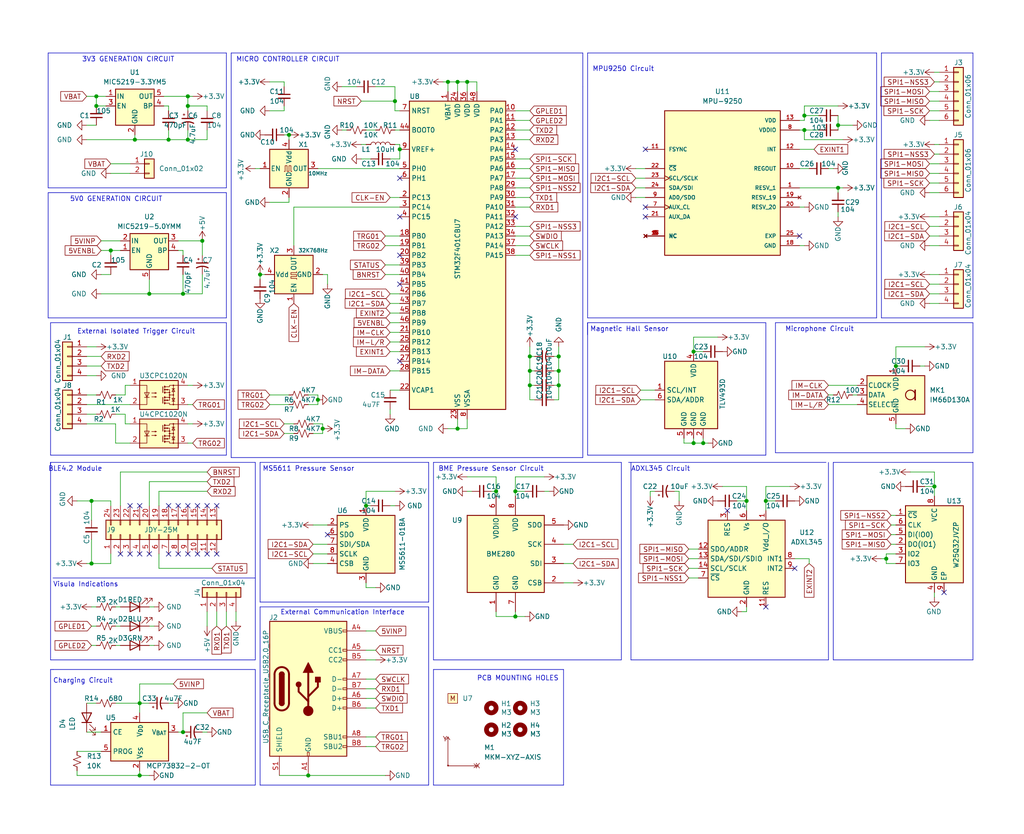
<source format=kicad_sch>
(kicad_sch (version 20231120) (generator "eeschema") (generator_version "8.0")
  (paper "User" 270.002 219.989)
  (title_block (title "SNSRTG401V30") (date "2024-11-30") (rev "3.0") (company "Manoj Kumar Meena"))
  (junction (at 196.85 132.08))
  (junction (at 147.32 93.98))
  (junction (at 104.14 26.67))
  (junction (at 123.19 21.59))
  (junction (at 68.58 72.39))
  (junction (at 118.11 21.59))
  (junction (at 49.53 25.4))
  (junction (at 233.68 147.32))
  (junction (at 105.41 39.37))
  (junction (at 182.88 116.84))
  (junction (at 236.22 96.52))
  (junction (at 25.4 27.94))
  (junction (at 35.56 36.83))
  (junction (at 96.52 133.35))
  (junction (at 147.32 101.6))
  (junction (at 139.7 97.79))
  (junction (at 49.53 36.83))
  (junction (at 48.26 77.47))
  (junction (at 201.93 132.08))
  (junction (at 36.83 204.47))
  (junction (at 120.65 21.59))
  (junction (at 36.83 185.42))
  (junction (at 212.09 30.48))
  (junction (at 29.21 66.04))
  (junction (at 76.2 35.56))
  (junction (at 185.42 116.84))
  (junction (at 220.98 49.53))
  (junction (at 48.26 193.04))
  (junction (at 24.13 132.08))
  (junction (at 49.53 27.94))
  (junction (at 81.28 204.47))
  (junction (at 130.81 129.54))
  (junction (at 139.7 93.98))
  (junction (at 139.7 101.6))
  (junction (at 85.09 113.03))
  (junction (at 25.4 25.4))
  (junction (at 220.98 33.02))
  (junction (at 135.89 162.56))
  (junction (at 53.34 63.5))
  (junction (at 120.65 113.03))
  (junction (at 147.32 97.79))
  (junction (at 182.88 92.71))
  (junction (at 24.13 148.59))
  (junction (at 212.09 34.29))
  (junction (at 83.82 105.41))
  (junction (at 44.45 36.83))
  (junction (at 135.89 129.54))
  (junction (at 246.38 128.27))
  (junction (at 39.37 77.47))
  (no_connect (at 57.15 146.05))
  (no_connect (at 135.89 39.37))
  (no_connect (at 34.29 146.05))
  (no_connect (at 46.99 133.35))
  (no_connect (at 31.75 146.05))
  (no_connect (at 52.07 133.35))
  (no_connect (at 54.61 133.35))
  (no_connect (at 57.15 133.35))
  (no_connect (at 209.55 149.86))
  (no_connect (at 170.18 39.37))
  (no_connect (at 248.92 156.21))
  (no_connect (at 170.18 57.15))
  (no_connect (at 86.36 140.97))
  (no_connect (at 52.07 146.05))
  (no_connect (at 36.83 133.35))
  (no_connect (at 105.41 95.25))
  (no_connect (at 49.53 146.05))
  (no_connect (at 44.45 133.35))
  (no_connect (at 105.41 46.99))
  (no_connect (at 105.41 74.93))
  (no_connect (at 54.61 146.05))
  (no_connect (at 105.41 57.15))
  (no_connect (at 191.77 134.62))
  (no_connect (at 135.89 57.15))
  (no_connect (at 170.18 54.61))
  (no_connect (at 105.41 67.31))
  (no_connect (at 36.83 146.05))
  (no_connect (at 201.93 160.02))
  (no_connect (at 46.99 146.05))
  (no_connect (at 39.37 146.05))
  (no_connect (at 34.29 133.35))
  (no_connect (at 44.45 146.05))
  (no_connect (at 49.53 133.35))
  (no_connect (at 210.82 62.23))
  (wire (pts (xy 247.65 40.64) (xy 246.38 40.64)))
  (wire (pts (xy 86.36 72.39) (xy 86.36 74.93)))
  (wire (pts (xy 242.57 96.52) (xy 243.84 96.52)))
  (wire (pts (xy 77.47 54.61) (xy 77.47 64.77)))
  (wire (pts (xy 129.54 129.54) (xy 130.81 129.54)))
  (wire (pts (xy 247.65 62.23) (xy 245.11 62.23)))
  (polyline (pts (xy 67.31 121.92) (xy 67.31 173.99)))
  (wire (pts (xy 85.09 111.76) (xy 85.09 113.03)))
  (polyline (pts (xy 201.93 85.09) (xy 154.94 85.09)))
  (wire (pts (xy 146.05 105.41) (xy 147.32 105.41)))
  (polyline (pts (xy 153.67 120.65) (xy 153.67 22.86)))
  (wire (pts (xy 140.97 93.98) (xy 139.7 93.98)))
  (wire (pts (xy 31.75 165.1) (xy 30.48 165.1)))
  (polyline (pts (xy 13.335 121.92) (xy 13.335 122.555)))
  (polyline (pts (xy 231.14 83.82) (xy 231.14 13.97)))
  (wire (pts (xy 26.67 96.52) (xy 22.86 96.52)))
  (wire (pts (xy 104.14 38.1) (xy 105.41 38.1)))
  (wire (pts (xy 49.53 36.83) (xy 44.45 36.83)))
  (polyline (pts (xy 219.71 173.99) (xy 256.54 173.99)))
  (polyline (pts (xy 232.41 13.97) (xy 256.54 13.97)))
  (wire (pts (xy 54.61 165.1) (xy 54.61 161.29)))
  (polyline (pts (xy 165.735 121.92) (xy 217.805 121.92)))
  (wire (pts (xy 196.85 132.08) (xy 196.85 128.27)))
  (wire (pts (xy 22.86 25.4) (xy 25.4 25.4)))
  (wire (pts (xy 39.37 127) (xy 39.37 133.35)))
  (wire (pts (xy 135.89 49.53) (xy 139.7 49.53)))
  (wire (pts (xy 123.19 24.13) (xy 123.19 21.59)))
  (wire (pts (xy 118.11 21.59) (xy 116.84 21.59)))
  (wire (pts (xy 85.09 113.03) (xy 85.09 114.3)))
  (wire (pts (xy 213.36 44.45) (xy 210.82 44.45)))
  (wire (pts (xy 212.09 31.75) (xy 210.82 31.75)))
  (polyline (pts (xy 204.47 85.09) (xy 256.54 85.09)))
  (polyline (pts (xy 114.3 176.53) (xy 148.59 176.53)))
  (wire (pts (xy 49.53 116.84) (xy 50.8 116.84)))
  (polyline (pts (xy 204.47 119.38) (xy 256.54 119.38)))
  (wire (pts (xy 135.89 162.56) (xy 135.89 161.29)))
  (polyline (pts (xy 114.3 173.99) (xy 163.83 173.99)))
  (wire (pts (xy 123.19 129.54) (xy 124.46 129.54)))
  (wire (pts (xy 167.64 46.99) (xy 170.18 46.99)))
  (wire (pts (xy 43.18 25.4) (xy 49.53 25.4)))
  (wire (pts (xy 139.7 54.61) (xy 135.89 54.61)))
  (wire (pts (xy 247.65 74.93) (xy 245.11 74.93)))
  (wire (pts (xy 95.25 38.1) (xy 96.52 38.1)))
  (wire (pts (xy 246.38 156.21) (xy 246.38 157.48)))
  (wire (pts (xy 212.09 36.83) (xy 212.09 34.29)))
  (wire (pts (xy 220.98 33.02) (xy 224.79 33.02)))
  (wire (pts (xy 118.11 21.59) (xy 120.65 21.59)))
  (wire (pts (xy 36.83 185.42) (xy 39.37 185.42)))
  (wire (pts (xy 104.14 133.35) (xy 102.87 133.35)))
  (wire (pts (xy 123.19 110.49) (xy 123.19 113.03)))
  (polyline (pts (xy 218.44 173.99) (xy 218.44 121.92)))
  (wire (pts (xy 44.45 34.29) (xy 44.45 36.83)))
  (wire (pts (xy 48.26 77.47) (xy 39.37 77.47)))
  (wire (pts (xy 146.05 93.98) (xy 147.32 93.98)))
  (wire (pts (xy 99.06 181.61) (xy 96.52 181.61)))
  (wire (pts (xy 96.52 129.54) (xy 96.52 133.35)))
  (polyline (pts (xy 154.94 83.82) (xy 231.14 83.82)))
  (wire (pts (xy 135.89 64.77) (xy 139.7 64.77)))
  (wire (pts (xy 22.86 106.68) (xy 34.29 106.68)))
  (wire (pts (xy 232.41 147.32) (xy 233.68 147.32)))
  (wire (pts (xy 44.45 36.83) (xy 35.56 36.83)))
  (polyline (pts (xy 59.69 50.8) (xy 59.69 83.82)))
  (polyline (pts (xy 256.54 13.97) (xy 256.54 83.82)))
  (wire (pts (xy 44.45 27.94) (xy 44.45 29.21)))
  (wire (pts (xy 83.82 105.41) (xy 83.82 106.68)))
  (polyline (pts (xy 166.37 121.92) (xy 166.37 173.99)))
  (wire (pts (xy 102.87 87.63) (xy 105.41 87.63)))
  (wire (pts (xy 167.64 44.45) (xy 170.18 44.45)))
  (wire (pts (xy 147.32 93.98) (xy 147.32 91.44)))
  (wire (pts (xy 36.83 204.47) (xy 20.32 204.47)))
  (polyline (pts (xy 256.54 173.99) (xy 256.54 121.92)))
  (wire (pts (xy 120.65 113.03) (xy 118.11 113.03)))
  (wire (pts (xy 212.09 30.48) (xy 212.09 31.75)))
  (wire (pts (xy 218.44 101.6) (xy 226.06 101.6)))
  (wire (pts (xy 96.52 153.67) (xy 96.52 154.94)))
  (polyline (pts (xy 204.47 85.09) (xy 204.47 119.38)))
  (wire (pts (xy 99.06 184.15) (xy 96.52 184.15)))
  (polyline (pts (xy 163.83 173.99) (xy 163.83 121.92)))
  (wire (pts (xy 29.21 45.72) (xy 34.29 45.72)))
  (wire (pts (xy 77.47 54.61) (xy 105.41 54.61)))
  (wire (pts (xy 139.7 36.83) (xy 135.89 36.83)))
  (wire (pts (xy 48.26 193.04) (xy 46.99 193.04)))
  (wire (pts (xy 85.09 72.39) (xy 86.36 72.39)))
  (wire (pts (xy 105.41 38.1) (xy 105.41 39.37)))
  (wire (pts (xy 104.14 26.67) (xy 104.14 29.21)))
  (wire (pts (xy 220.98 55.88) (xy 220.98 57.15)))
  (wire (pts (xy 101.6 204.47) (xy 81.28 204.47)))
  (wire (pts (xy 218.44 106.68) (xy 226.06 106.68)))
  (wire (pts (xy 25.4 25.4) (xy 25.4 27.94)))
  (wire (pts (xy 20.32 204.47) (xy 20.32 203.2)))
  (polyline (pts (xy 12.7 50.8) (xy 59.69 50.8)))
  (wire (pts (xy 210.82 34.29) (xy 212.09 34.29)))
  (wire (pts (xy 39.37 73.66) (xy 39.37 77.47)))
  (wire (pts (xy 210.82 64.77) (xy 212.09 64.77)))
  (wire (pts (xy 49.53 27.94) (xy 54.61 27.94)))
  (wire (pts (xy 101.6 72.39) (xy 105.41 72.39)))
  (polyline (pts (xy 13.335 85.09) (xy 13.335 120.015)))
  (polyline (pts (xy 154.94 88.265) (xy 154.94 85.09)))
  (wire (pts (xy 99.06 194.31) (xy 96.52 194.31)))
  (wire (pts (xy 41.91 129.54) (xy 41.91 133.35)))
  (wire (pts (xy 148.59 143.51) (xy 151.13 143.51)))
  (polyline (pts (xy 13.335 207.01) (xy 67.31 207.01)))
  (wire (pts (xy 177.8 129.54) (xy 179.07 129.54)))
  (wire (pts (xy 210.82 39.37) (xy 214.63 39.37)))
  (polyline (pts (xy 114.3 176.53) (xy 114.3 207.01)))
  (wire (pts (xy 22.86 111.76) (xy 30.48 111.76)))
  (wire (pts (xy 245.11 31.75) (xy 247.65 31.75)))
  (wire (pts (xy 139.7 101.6) (xy 139.7 105.41)))
  (wire (pts (xy 233.68 148.59) (xy 236.22 148.59)))
  (wire (pts (xy 246.38 128.27) (xy 246.38 130.81)))
  (wire (pts (xy 82.55 138.43) (xy 86.36 138.43)))
  (wire (pts (xy 41.91 149.86) (xy 55.88 149.86)))
  (wire (pts (xy 120.65 113.03) (xy 120.65 110.49)))
  (wire (pts (xy 104.14 34.29) (xy 105.41 34.29)))
  (wire (pts (xy 99.06 196.85) (xy 96.52 196.85)))
  (wire (pts (xy 53.34 63.5) (xy 53.34 67.31)))
  (wire (pts (xy 99.06 22.86) (xy 104.14 22.86)))
  (wire (pts (xy 41.91 129.54) (xy 54.61 129.54)))
  (wire (pts (xy 76.2 35.56) (xy 76.2 36.83)))
  (wire (pts (xy 71.12 104.14) (xy 76.2 104.14)))
  (wire (pts (xy 102.87 97.79) (xy 105.41 97.79)))
  (wire (pts (xy 26.67 77.47) (xy 39.37 77.47)))
  (wire (pts (xy 102.87 90.17) (xy 105.41 90.17)))
  (wire (pts (xy 220.98 30.48) (xy 220.98 33.02)))
  (polyline (pts (xy 148.59 207.01) (xy 148.59 176.53)))
  (wire (pts (xy 147.32 97.79) (xy 147.32 93.98)))
  (wire (pts (xy 22.86 36.83) (xy 35.56 36.83)))
  (wire (pts (xy 201.93 132.08) (xy 201.93 134.62)))
  (wire (pts (xy 220.98 49.53) (xy 222.25 49.53)))
  (wire (pts (xy 46.99 66.04) (xy 48.26 66.04)))
  (wire (pts (xy 90.17 34.29) (xy 91.44 34.29)))
  (wire (pts (xy 22.86 99.06) (xy 25.4 99.06)))
  (wire (pts (xy 36.83 180.34) (xy 36.83 185.42)))
  (wire (pts (xy 182.88 92.71) (xy 182.88 88.9)))
  (polyline (pts (xy 13.335 176.53) (xy 13.97 176.53)))
  (wire (pts (xy 33.02 101.6) (xy 34.29 101.6)))
  (wire (pts (xy 234.95 138.43) (xy 236.22 138.43)))
  (wire (pts (xy 201.93 128.27) (xy 208.28 128.27)))
  (wire (pts (xy 33.02 104.14) (xy 33.02 101.6)))
  (wire (pts (xy 82.55 143.51) (xy 86.36 143.51)))
  (wire (pts (xy 24.13 148.59) (xy 22.86 148.59)))
  (polyline (pts (xy 59.69 83.82) (xy 12.7 83.82)))
  (wire (pts (xy 135.89 162.56) (xy 138.43 162.56)))
  (polyline (pts (xy 219.71 121.92) (xy 256.54 121.92)))
  (polyline (pts (xy 13.335 121.92) (xy 13.335 173.99)))
  (wire (pts (xy 118.11 24.13) (xy 118.11 21.59)))
  (wire (pts (xy 236.22 113.03) (xy 236.22 111.76)))
  (wire (pts (xy 30.48 109.22) (xy 33.02 109.22)))
  (polyline (pts (xy 154.94 85.09) (xy 154.94 120.015)))
  (wire (pts (xy 172.72 102.87) (xy 168.91 102.87)))
  (wire (pts (xy 245.11 24.13) (xy 247.65 24.13)))
  (wire (pts (xy 171.45 129.54) (xy 171.45 130.81)))
  (polyline (pts (xy 13.335 121.92) (xy 67.31 121.92)))
  (wire (pts (xy 49.53 25.4) (xy 50.8 25.4)))
  (wire (pts (xy 236.22 91.44) (xy 236.22 96.52)))
  (wire (pts (xy 148.59 153.67) (xy 151.13 153.67)))
  (wire (pts (xy 247.65 21.59) (xy 246.38 21.59)))
  (wire (pts (xy 30.48 116.84) (xy 34.29 116.84)))
  (wire (pts (xy 182.88 92.71) (xy 185.42 92.71)))
  (wire (pts (xy 29.21 43.18) (xy 34.29 43.18)))
  (wire (pts (xy 99.06 171.45) (xy 96.52 171.45)))
  (wire (pts (xy 245.11 48.26) (xy 247.65 48.26)))
  (wire (pts (xy 96.52 34.29) (xy 99.06 34.29)))
  (wire (pts (xy 245.11 80.01) (xy 247.65 80.01)))
  (polyline (pts (xy 232.41 13.97) (xy 232.41 83.82)))
  (wire (pts (xy 167.64 52.07) (xy 170.18 52.07)))
  (wire (pts (xy 31.75 160.02) (xy 30.48 160.02)))
  (wire (pts (xy 143.51 129.54) (xy 144.78 129.54)))
  (wire (pts (xy 30.48 104.14) (xy 33.02 104.14)))
  (wire (pts (xy 182.88 116.84) (xy 185.42 116.84)))
  (wire (pts (xy 181.61 147.32) (xy 184.15 147.32)))
  (wire (pts (xy 140.97 97.79) (xy 139.7 97.79)))
  (polyline (pts (xy 60.96 13.97) (xy 153.67 13.97)))
  (wire (pts (xy 196.85 132.08) (xy 194.31 132.08)))
  (wire (pts (xy 130.81 162.56) (xy 135.89 162.56)))
  (wire (pts (xy 220.98 33.02) (xy 220.98 34.29)))
  (wire (pts (xy 148.59 148.59) (xy 151.13 148.59)))
  (wire (pts (xy 83.82 104.14) (xy 81.28 104.14)))
  (wire (pts (xy 123.19 125.73) (xy 130.81 125.73)))
  (polyline (pts (xy 114.3 121.92) (xy 114.3 173.99)))
  (wire (pts (xy 54.61 27.94) (xy 54.61 29.21)))
  (wire (pts (xy 31.75 66.04) (xy 29.21 66.04)))
  (wire (pts (xy 54.61 187.96) (xy 48.26 187.96)))
  (wire (pts (xy 31.75 170.18) (xy 30.48 170.18)))
  (wire (pts (xy 95.25 41.91) (xy 97.79 41.91)))
  (wire (pts (xy 219.71 44.45) (xy 218.44 44.45)))
  (polyline (pts (xy 113.03 158.75) (xy 113.03 121.92)))
  (wire (pts (xy 68.58 72.39) (xy 69.85 72.39)))
  (wire (pts (xy 22.86 109.22) (xy 25.4 109.22)))
  (polyline (pts (xy 60.96 13.97) (xy 60.96 120.65)))
  (wire (pts (xy 146.05 97.79) (xy 147.32 97.79)))
  (wire (pts (xy 53.34 72.39) (xy 53.34 77.47)))
  (wire (pts (xy 29.21 132.08) (xy 29.21 133.35)))
  (polyline (pts (xy 12.7 13.97) (xy 59.69 13.97)))
  (wire (pts (xy 181.61 149.86) (xy 184.15 149.86)))
  (wire (pts (xy 236.22 96.52) (xy 237.49 96.52)))
  (wire (pts (xy 139.7 105.41) (xy 140.97 105.41)))
  (wire (pts (xy 171.45 129.54) (xy 172.72 129.54)))
  (polyline (pts (xy 59.69 120.015) (xy 59.69 85.09)))
  (wire (pts (xy 246.38 38.1) (xy 247.65 38.1)))
  (wire (pts (xy 49.53 106.68) (xy 50.8 106.68)))
  (wire (pts (xy 81.28 204.47) (xy 73.66 204.47)))
  (wire (pts (xy 245.11 50.8) (xy 247.65 50.8)))
  (wire (pts (xy 139.7 29.21) (xy 135.89 29.21)))
  (wire (pts (xy 99.06 179.07) (xy 96.52 179.07)))
  (polyline (pts (xy 153.67 13.97) (xy 153.67 22.86)))
  (wire (pts (xy 102.87 41.91) (xy 105.41 41.91)))
  (wire (pts (xy 97.79 133.35) (xy 96.52 133.35)))
  (wire (pts (xy 49.53 101.6) (xy 50.8 101.6)))
  (wire (pts (xy 196.85 132.08) (xy 196.85 134.62)))
  (wire (pts (xy 26.67 66.04) (xy 29.21 66.04)))
  (wire (pts (xy 201.93 132.08) (xy 204.47 132.08)))
  (wire (pts (xy 245.11 64.77) (xy 247.65 64.77)))
  (polyline (pts (xy 113.03 160.02) (xy 113.03 207.01)))
  (wire (pts (xy 33.02 111.76) (xy 34.29 111.76)))
  (polyline (pts (xy 59.69 13.97) (xy 59.69 49.53)))
  (wire (pts (xy 130.81 125.73) (xy 130.81 129.54)))
  (wire (pts (xy 101.6 62.23) (xy 105.41 62.23)))
  (wire (pts (xy 105.41 92.71) (xy 102.87 92.71)))
  (wire (pts (xy 49.53 34.29) (xy 49.53 36.83)))
  (wire (pts (xy 245.11 43.18) (xy 247.65 43.18)))
  (wire (pts (xy 196.85 128.27) (xy 190.5 128.27)))
  (wire (pts (xy 49.53 25.4) (xy 49.53 27.94)))
  (wire (pts (xy 245.11 45.72) (xy 247.65 45.72)))
  (wire (pts (xy 123.19 113.03) (xy 120.65 113.03)))
  (wire (pts (xy 96.52 154.94) (xy 99.06 154.94)))
  (wire (pts (xy 233.68 147.32) (xy 233.68 148.59)))
  (polyline (pts (xy 113.03 207.01) (xy 68.58 207.01)))
  (wire (pts (xy 67.31 44.45) (xy 68.58 44.45)))
  (wire (pts (xy 213.36 147.32) (xy 213.36 148.59)))
  (wire (pts (xy 77.47 114.3) (xy 74.93 114.3)))
  (wire (pts (xy 135.89 62.23) (xy 139.7 62.23)))
  (polyline (pts (xy 256.54 83.82) (xy 232.41 83.82)))
  (wire (pts (xy 30.48 111.76) (xy 30.48 116.84)))
  (wire (pts (xy 49.53 111.76) (xy 50.8 111.76)))
  (wire (pts (xy 104.14 129.54) (xy 96.52 129.54)))
  (wire (pts (xy 234.95 135.89) (xy 236.22 135.89)))
  (wire (pts (xy 243.84 91.44) (xy 236.22 91.44)))
  (wire (pts (xy 25.4 165.1) (xy 24.13 165.1)))
  (wire (pts (xy 120.65 24.13) (xy 120.65 21.59)))
  (polyline (pts (xy 13.97 152.4) (xy 67.31 152.4)))
  (wire (pts (xy 59.69 165.1) (xy 59.69 161.29)))
  (polyline (pts (xy 68.58 160.02) (xy 68.58 207.01)))
  (wire (pts (xy 25.4 25.4) (xy 27.94 25.4)))
  (wire (pts (xy 31.75 124.46) (xy 31.75 133.35)))
  (wire (pts (xy 105.41 80.01) (xy 102.87 80.01)))
  (wire (pts (xy 139.7 97.79) (xy 139.7 101.6)))
  (polyline (pts (xy 13.335 85.09) (xy 59.69 85.09)))
  (wire (pts (xy 212.09 27.94) (xy 212.09 30.48)))
  (wire (pts (xy 27.94 27.94) (xy 25.4 27.94)))
  (wire (pts (xy 167.64 49.53) (xy 170.18 49.53)))
  (wire (pts (xy 22.86 33.02) (xy 25.4 33.02)))
  (wire (pts (xy 201.93 132.08) (xy 201.93 128.27)))
  (wire (pts (xy 95.25 26.67) (xy 104.14 26.67)))
  (wire (pts (xy 234.95 143.51) (xy 236.22 143.51)))
  (polyline (pts (xy 12.7 49.53) (xy 12.7 13.97)))
  (wire (pts (xy 36.83 185.42) (xy 36.83 187.96)))
  (wire (pts (xy 245.11 57.15) (xy 247.65 57.15)))
  (wire (pts (xy 130.81 129.54) (xy 130.81 130.81)))
  (wire (pts (xy 71.12 21.59) (xy 74.93 21.59)))
  (wire (pts (xy 25.4 91.44) (xy 22.86 91.44)))
  (wire (pts (xy 74.93 21.59) (xy 74.93 22.86)))
  (wire (pts (xy 29.21 67.31) (xy 29.21 66.04)))
  (wire (pts (xy 135.89 52.07) (xy 139.7 52.07)))
  (wire (pts (xy 172.72 105.41) (xy 168.91 105.41)))
  (wire (pts (xy 68.58 72.39) (xy 68.58 73.66)))
  (wire (pts (xy 49.53 36.83) (xy 54.61 36.83)))
  (wire (pts (xy 24.13 142.24) (xy 24.13 148.59)))
  (wire (pts (xy 220.98 27.94) (xy 212.09 27.94)))
  (wire (pts (xy 120.65 21.59) (xy 123.19 21.59)))
  (wire (pts (xy 135.89 129.54) (xy 138.43 129.54)))
  (wire (pts (xy 22.86 185.42) (xy 25.4 185.42)))
  (wire (pts (xy 247.65 59.69) (xy 245.11 59.69)))
  (wire (pts (xy 29.21 148.59) (xy 29.21 146.05)))
  (wire (pts (xy 83.82 106.68) (xy 81.28 106.68)))
  (wire (pts (xy 57.15 165.1) (xy 57.15 161.29)))
  (wire (pts (xy 33.02 109.22) (xy 33.02 111.76)))
  (wire (pts (xy 40.64 170.18) (xy 39.37 170.18)))
  (wire (pts (xy 105.41 39.37) (xy 105.41 41.91)))
  (wire (pts (xy 90.17 22.86) (xy 93.98 22.86)))
  (wire (pts (xy 49.53 27.94) (xy 49.53 29.21)))
  (wire (pts (xy 180.34 116.84) (xy 182.88 116.84)))
  (wire (pts (xy 20.32 198.12) (xy 26.67 198.12)))
  (polyline (pts (xy 13.97 176.53) (xy 67.31 176.53)))
  (wire (pts (xy 196.85 161.29) (xy 195.58 161.29)))
  (wire (pts (xy 43.18 27.94) (xy 44.45 27.94)))
  (wire (pts (xy 71.12 29.21) (xy 74.93 29.21)))
  (wire (pts (xy 245.11 26.67) (xy 247.65 26.67)))
  (polyline (pts (xy 67.31 207.01) (xy 67.31 176.53)))
  (wire (pts (xy 74.93 111.76) (xy 77.47 111.76)))
  (wire (pts (xy 83.82 44.45) (xy 105.41 44.45)))
  (wire (pts (xy 209.55 147.32) (xy 213.36 147.32)))
  (polyline (pts (xy 60.96 120.65) (xy 153.67 120.65)))
  (wire (pts (xy 139.7 31.75) (xy 135.89 31.75)))
  (wire (pts (xy 22.86 193.04) (xy 26.67 193.04)))
  (polyline (pts (xy 13.335 176.53) (xy 13.335 207.01)))
  (polyline (pts (xy 201.93 120.015) (xy 201.93 85.09)))
  (polyline (pts (xy 68.58 160.02) (xy 113.03 160.02)))
  (wire (pts (xy 105.41 102.87) (xy 102.87 102.87)))
  (wire (pts (xy 53.34 77.47) (xy 48.26 77.47)))
  (wire (pts (xy 185.42 115.57) (xy 185.42 116.84)))
  (wire (pts (xy 35.56 35.56) (xy 35.56 36.83)))
  (wire (pts (xy 247.65 77.47) (xy 245.11 77.47)))
  (wire (pts (xy 26.67 63.5) (xy 31.75 63.5)))
  (wire (pts (xy 22.86 104.14) (xy 25.4 104.14)))
  (wire (pts (xy 102.87 77.47) (xy 105.41 77.47)))
  (wire (pts (xy 62.23 163.83) (xy 62.23 161.29)))
  (wire (pts (xy 102.87 85.09) (xy 105.41 85.09)))
  (polyline (pts (xy 219.71 121.92) (xy 219.71 173.99)))
  (wire (pts (xy 182.88 115.57) (xy 182.88 116.84)))
  (wire (pts (xy 48.26 72.39) (xy 48.26 77.47)))
  (wire (pts (xy 222.25 36.83) (xy 212.09 36.83)))
  (wire (pts (xy 246.38 128.27) (xy 246.38 124.46)))
  (polyline (pts (xy 256.54 85.09) (xy 256.54 119.38)))
  (wire (pts (xy 246.38 128.27) (xy 243.84 128.27)))
  (wire (pts (xy 26.67 72.39) (xy 29.21 72.39)))
  (wire (pts (xy 54.61 36.83) (xy 54.61 34.29)))
  (wire (pts (xy 101.6 69.85) (xy 105.41 69.85)))
  (wire (pts (xy 76.2 53.34) (xy 71.12 53.34)))
  (wire (pts (xy 26.67 93.98) (xy 22.86 93.98)))
  (wire (pts (xy 53.34 193.04) (xy 54.61 193.04)))
  (polyline (pts (xy 154.94 13.97) (xy 154.94 83.82)))
  (wire (pts (xy 135.89 59.69) (xy 139.7 59.69)))
  (wire (pts (xy 218.44 104.14) (xy 219.71 104.14)))
  (wire (pts (xy 245.11 72.39) (xy 247.65 72.39)))
  (wire (pts (xy 102.87 109.22) (xy 102.87 107.95)))
  (wire (pts (xy 246.38 19.05) (xy 247.65 19.05)))
  (wire (pts (xy 85.09 114.3) (xy 82.55 114.3)))
  (polyline (pts (xy 114.3 121.92) (xy 163.83 121.92)))
  (wire (pts (xy 104.14 22.86) (xy 104.14 26.67)))
  (wire (pts (xy 40.64 165.1) (xy 39.37 165.1)))
  (wire (pts (xy 24.13 132.08) (xy 24.13 137.16)))
  (polyline (pts (xy 154.94 120.015) (xy 201.93 120.015)))
  (wire (pts (xy 105.41 64.77) (xy 101.6 64.77)))
  (polyline (pts (xy 166.37 173.99) (xy 218.44 173.99)))
  (polyline (pts (xy 68.58 121.92) (xy 113.03 121.92)))
  (wire (pts (xy 39.37 127) (xy 54.61 127)))
  (wire (pts (xy 246.38 124.46) (xy 240.03 124.46)))
  (wire (pts (xy 46.99 63.5) (xy 53.34 63.5)))
  (polyline (pts (xy 231.14 13.97) (xy 154.94 13.97)))
  (wire (pts (xy 24.13 148.59) (xy 29.21 148.59)))
  (wire (pts (xy 30.48 185.42) (xy 36.83 185.42)))
  (wire (pts (xy 234.95 140.97) (xy 236.22 140.97)))
  (wire (pts (xy 135.89 125.73) (xy 135.89 129.54)))
  (wire (pts (xy 31.75 124.46) (xy 54.61 124.46)))
  (wire (pts (xy 82.55 146.05) (xy 86.36 146.05)))
  (wire (pts (xy 135.89 34.29) (xy 139.7 34.29)))
  (wire (pts (xy 135.89 44.45) (xy 139.7 44.45)))
  (wire (pts (xy 220.98 49.53) (xy 220.98 50.8)))
  (wire (pts (xy 212.09 30.48) (xy 215.9 30.48)))
  (wire (pts (xy 135.89 129.54) (xy 135.89 130.81)))
  (wire (pts (xy 36.83 203.2) (xy 36.83 204.47)))
  (wire (pts (xy 82.55 148.59) (xy 86.36 148.59)))
  (wire (pts (xy 83.82 104.14) (xy 83.82 105.41)))
  (wire (pts (xy 236.22 113.03) (xy 238.76 113.03)))
  (wire (pts (xy 41.91 146.05) (xy 41.91 149.86)))
  (polyline (pts (xy 68.58 158.75) (xy 113.03 158.75)))
  (wire (pts (xy 20.32 132.08) (xy 24.13 132.08)))
  (wire (pts (xy 212.09 34.29) (xy 215.9 34.29)))
  (wire (pts (xy 48.26 66.04) (xy 48.26 67.31)))
  (wire (pts (xy 102.87 52.07) (xy 105.41 52.07)))
  (wire (pts (xy 146.05 101.6) (xy 147.32 101.6)))
  (wire (pts (xy 147.32 97.79) (xy 147.32 101.6)))
  (wire (pts (xy 105.41 82.55) (xy 102.87 82.55)))
  (wire (pts (xy 143.51 125.73) (xy 135.89 125.73)))
  (wire (pts (xy 99.06 173.99) (xy 96.52 173.99)))
  (wire (pts (xy 36.83 204.47) (xy 39.37 204.47)))
  (wire (pts (xy 25.4 170.18) (xy 24.13 170.18)))
  (wire (pts (xy 140.97 101.6) (xy 139.7 101.6)))
  (wire (pts (xy 139.7 46.99) (xy 135.89 46.99)))
  (wire (pts (xy 45.72 180.34) (xy 36.83 180.34)))
  (wire (pts (xy 96.52 166.37) (xy 99.06 166.37)))
  (wire (pts (xy 196.85 160.02) (xy 196.85 161.29)))
  (polyline (pts (xy 114.3 207.01) (xy 148.59 207.01)))
  (wire (pts (xy 181.61 144.78) (xy 184.15 144.78)))
  (wire (pts (xy 185.42 116.84) (xy 186.69 116.84)))
  (polyline (pts (xy 68.58 121.92) (xy 68.58 158.75)))
  (polyline (pts (xy 67.31 173.99) (xy 13.335 173.99)))
  (wire (pts (xy 74.93 27.94) (xy 74.93 29.21)))
  (wire (pts (xy 233.68 146.05) (xy 236.22 146.05)))
  (wire (pts (xy 99.06 186.69) (xy 96.52 186.69)))
  (wire (pts (xy 210.82 49.53) (xy 220.98 49.53)))
  (wire (pts (xy 76.2 52.07) (xy 76.2 53.34)))
  (wire (pts (xy 76.2 35.56) (xy 74.93 35.56)))
  (wire (pts (xy 48.26 187.96) (xy 48.26 193.04)))
  (wire (pts (xy 224.79 104.14) (xy 226.06 104.14)))
  (wire (pts (xy 147.32 105.41) (xy 147.32 101.6)))
  (wire (pts (xy 105.41 29.21) (xy 104.14 29.21)))
  (wire (pts (xy 181.61 152.4) (xy 184.15 152.4)))
  (wire (pts (xy 182.88 88.9) (xy 189.23 88.9)))
  (wire (pts (xy 125.73 21.59) (xy 125.73 24.13)))
  (polyline (pts (xy 13.335 120.015) (xy 59.69 120.015)))
  (wire (pts (xy 139.7 97.79) (xy 139.7 93.98)))
  (wire (pts (xy 179.07 129.54) (xy 179.07 132.08)))
  (polyline (pts (xy 12.7 50.8) (xy 12.7 83.82)))
  (wire (pts (xy 123.19 21.59) (xy 125.73 21.59)))
  (wire (pts (xy 44.45 185.42) (xy 45.72 185.42)))
  (wire (pts (xy 139.7 41.91) (xy 135.89 41.91)))
  (wire (pts (xy 82.55 111.76) (xy 85.09 111.76)))
  (wire (pts (xy 180.34 115.57) (xy 180.34 116.84)))
  (wire (pts (xy 245.11 29.21) (xy 247.65 29.21)))
  (wire (pts (xy 139.7 91.44) (xy 139.7 93.98)))
  (wire (pts (xy 76.2 106.68) (xy 71.12 106.68)))
  (wire (pts (xy 130.81 161.29) (xy 130.81 162.56)))
  (wire (pts (xy 24.13 132.08) (xy 29.21 132.08)))
  (wire (pts (xy 135.89 67.31) (xy 139.7 67.31)))
  (wire (pts (xy 233.68 147.32) (xy 233.68 146.05)))
  (wire (pts (xy 25.4 160.02) (xy 24.13 160.02)))
  (polyline (pts (xy 59.69 49.53) (xy 12.7 49.53)))
  (wire (pts (xy 40.64 160.02) (xy 39.37 160.02)))
  (wire (pts (xy 212.09 54.61) (xy 210.82 54.61)))
  (text "Magnetic Hall Sensor" (at 155.575 87.63 0) (effects (font (size 1.27 1.27)) (justify left bottom)))
  (text "External Isolated Trigger Circuit" (at 20.32 88.265 0) (effects (font (size 1.27 1.27)) (justify left bottom)))
  (text "External Communication Interface" (at 73.914 162.306 0) (effects (font (size 1.27 1.27)) (justify left bottom)))
  (text "Charging Circuit" (at 13.97 180.34 0) (effects (font (size 1.27 1.27)) (justify left bottom)))
  (text "BME Pressure Sensor Circuit" (at 115.57 124.46 0) (effects (font (size 1.27 1.27)) (justify left bottom)))
  (text "PCB MOUNTING HOLES" (at 125.73 179.705 0) (effects (font (size 1.27 1.27)) (justify left bottom)))
  (text "Visula Indications" (at 13.97 154.94 0) (effects (font (size 1.27 1.27)) (justify left bottom)))
  (text "MICRO CONTROLLER CIRCUIT" (at 62.23 16.51 0) (effects (font (size 1.27 1.27)) (justify left bottom)))
  (text "BLE4.2 Module" (at 12.7 124.46 0) (effects (font (size 1.27 1.27)) (justify left bottom)))
  (text "ADXL345 Circuit" (at 166.37 124.46 0) (effects (font (size 1.27 1.27)) (justify left bottom)))
  (text "3V3 GENERATION CIRCUIT" (at 21.59 16.51 0) (effects (font (size 1.27 1.27)) (justify left bottom)))
  (text "5V0 GENERATION CIRCUIT" (at 18.415 53.34 0) (effects (font (size 1.27 1.27)) (justify left bottom)))
  (text "Microphone Circuit" (at 207.01 87.63 0) (effects (font (size 1.27 1.27)) (justify left bottom)))
  (text "MPU9250 Circuit" (at 156.21 19.05 0) (effects (font (size 1.27 1.27)) (justify left bottom)))
  (text "MS5611 Pressure Sensor" (at 69.215 124.46 0) (effects (font (size 1.27 1.27)) (justify left bottom)))
  (global_label "SPI1-NSS1" (shape input) (at 181.61 152.4 180) (property "Intersheetrefs" "${INTERSHEET_REFS}" (effects (hide yes))))
  (global_label "RXD1" (shape input) (at 139.7 54.61 0) (property "Intersheetrefs" "${INTERSHEET_REFS}" (effects (hide yes))))
  (global_label "RXD2" (shape input) (at 139.7 36.83 0) (property "Intersheetrefs" "${INTERSHEET_REFS}" (effects (hide yes))))
  (global_label "I2C1-SCL" (shape input) (at 245.11 74.93 180) (property "Intersheetrefs" "${INTERSHEET_REFS}" (effects (hide yes))))
  (global_label "TRG01" (shape input) (at 101.6 62.23 180) (property "Intersheetrefs" "${INTERSHEET_REFS}" (effects (hide yes))))
  (global_label "TRG02" (shape input) (at 71.12 106.68 180) (property "Intersheetrefs" "${INTERSHEET_REFS}" (effects (hide yes))))
  (global_label "VBAT" (shape input) (at 22.86 25.4 180) (property "Intersheetrefs" "${INTERSHEET_REFS}" (effects (hide yes))))
  (global_label "TRG01" (shape input) (at 99.06 194.31 0) (property "Intersheetrefs" "${INTERSHEET_REFS}" (effects (hide yes))))
  (global_label "5VINP" (shape input) (at 99.06 166.37 0) (property "Intersheetrefs" "${INTERSHEET_REFS}" (effects (hide yes))))
  (global_label "SPI1-MISO" (shape input) (at 234.95 143.51 180) (property "Intersheetrefs" "${INTERSHEET_REFS}" (effects (hide yes))))
  (global_label "EXINT2" (shape input) (at 213.36 148.59 270) (property "Intersheetrefs" "${INTERSHEET_REFS}" (effects (hide yes))))
  (global_label "IM-DATA" (shape input) (at 102.87 97.79 180) (property "Intersheetrefs" "${INTERSHEET_REFS}" (effects (hide yes))))
  (global_label "5VENBL" (shape input) (at 26.67 66.04 180) (property "Intersheetrefs" "${INTERSHEET_REFS}" (effects (hide yes))))
  (global_label "TXD1" (shape input) (at 139.7 52.07 0) (property "Intersheetrefs" "${INTERSHEET_REFS}" (effects (hide yes))))
  (global_label "SPI1-MOSI" (shape input) (at 245.11 43.18 180) (property "Intersheetrefs" "${INTERSHEET_REFS}" (effects (hide yes))))
  (global_label "TRG02" (shape input) (at 50.8 116.84 0) (property "Intersheetrefs" "${INTERSHEET_REFS}" (effects (hide yes))))
  (global_label "SPI1-MOSI" (shape input) (at 234.95 140.97 180) (property "Intersheetrefs" "${INTERSHEET_REFS}" (effects (hide yes))))
  (global_label "5VINP" (shape input) (at 45.72 180.34 0) (property "Intersheetrefs" "${INTERSHEET_REFS}" (effects (hide yes))))
  (global_label "SPI1-NSS1" (shape input) (at 139.7 67.31 0) (property "Intersheetrefs" "${INTERSHEET_REFS}" (effects (hide yes))))
  (global_label "I2C1-SCL" (shape input) (at 245.11 59.69 180) (property "Intersheetrefs" "${INTERSHEET_REFS}" (effects (hide yes))))
  (global_label "I2C1-SDA" (shape input) (at 245.11 62.23 180) (property "Intersheetrefs" "${INTERSHEET_REFS}" (effects (hide yes))))
  (global_label "SPI1-NSS2" (shape input) (at 234.95 135.89 180) (property "Intersheetrefs" "${INTERSHEET_REFS}" (effects (hide yes))))
  (global_label "BNRST" (shape input) (at 54.61 124.46 0) (property "Intersheetrefs" "${INTERSHEET_REFS}" (effects (hide yes))))
  (global_label "I2C1-SCL" (shape input) (at 167.64 46.99 180) (property "Intersheetrefs" "${INTERSHEET_REFS}" (effects (hide yes))))
  (global_label "I2C1-SDA" (shape input) (at 102.87 80.01 180) (property "Intersheetrefs" "${INTERSHEET_REFS}" (effects (hide yes))))
  (global_label "SWDIO" (shape input) (at 139.7 62.23 0) (property "Intersheetrefs" "${INTERSHEET_REFS}" (effects (hide yes))))
  (global_label "I2C1-SCL" (shape input) (at 74.93 111.76 180) (property "Intersheetrefs" "${INTERSHEET_REFS}" (effects (hide yes))))
  (global_label "TRG01" (shape input) (at 50.8 106.68 0) (property "Intersheetrefs" "${INTERSHEET_REFS}" (effects (hide yes))))
  (global_label "SPI1-NSS3" (shape input) (at 139.7 59.69 0) (property "Intersheetrefs" "${INTERSHEET_REFS}" (effects (hide yes))))
  (global_label "STATUS" (shape input) (at 101.6 69.85 180) (property "Intersheetrefs" "${INTERSHEET_REFS}" (effects (hide yes))))
  (global_label "SWDIO" (shape input) (at 99.06 184.15 0) (property "Intersheetrefs" "${INTERSHEET_REFS}" (effects (hide yes))))
  (global_label "NRST" (shape input) (at 99.06 171.45 0) (property "Intersheetrefs" "${INTERSHEET_REFS}" (effects (hide yes))))
  (global_label "GPLED2" (shape input) (at 139.7 31.75 0) (property "Intersheetrefs" "${INTERSHEET_REFS}" (effects (hide yes))))
  (global_label "VBAT" (shape input) (at 54.61 187.96 0) (property "Intersheetrefs" "${INTERSHEET_REFS}" (effects (hide yes))))
  (global_label "GPLED1" (shape input) (at 139.7 29.21 0) (property "Intersheetrefs" "${INTERSHEET_REFS}" (effects (hide yes))))
  (global_label "SPI1-SCK" (shape input) (at 245.11 48.26 180) (property "Intersheetrefs" "${INTERSHEET_REFS}" (effects (hide yes))))
  (global_label "GPLED1" (shape input) (at 24.13 165.1 180) (property "Intersheetrefs" "${INTERSHEET_REFS}" (effects (hide yes))))
  (global_label "TXD1" (shape input) (at 59.69 165.1 270) (property "Intersheetrefs" "${INTERSHEET_REFS}" (effects (hide yes))))
  (global_label "TXD1" (shape input) (at 99.06 186.69 0) (property "Intersheetrefs" "${INTERSHEET_REFS}" (effects (hide yes))))
  (global_label "SPI1-MOSI" (shape input) (at 139.7 46.99 0) (property "Intersheetrefs" "${INTERSHEET_REFS}" (effects (hide yes))))
  (global_label "I2C1-SDA" (shape input) (at 151.13 148.59 0) (property "Intersheetrefs" "${INTERSHEET_REFS}" (effects (hide yes))))
  (global_label "RXD1" (shape input) (at 57.15 165.1 270) (property "Intersheetrefs" "${INTERSHEET_REFS}" (effects (hide yes))))
  (global_label "CLK-EN" (shape input) (at 77.47 80.01 270) (property "Intersheetrefs" "${INTERSHEET_REFS}" (effects (hide yes))))
  (global_label "TXD2" (shape input) (at 139.7 34.29 0) (property "Intersheetrefs" "${INTERSHEET_REFS}" (effects (hide yes))))
  (global_label "IM-DATA" (shape input) (at 218.44 104.14 180) (property "Intersheetrefs" "${INTERSHEET_REFS}" (effects (hide yes))))
  (global_label "SWCLK" (shape input) (at 99.06 179.07 0) (property "Intersheetrefs" "${INTERSHEET_REFS}" (effects (hide yes))))
  (global_label "SPI1-MISO" (shape input) (at 245.11 45.72 180) (property "Intersheetrefs" "${INTERSHEET_REFS}" (effects (hide yes))))
  (global_label "I2C1-SCL" (shape input) (at 168.91 102.87 180) (property "Intersheetrefs" "${INTERSHEET_REFS}" (effects (hide yes))))
  (global_label "GPLED2" (shape input) (at 24.13 170.18 180) (property "Intersheetrefs" "${INTERSHEET_REFS}" (effects (hide yes))))
  (global_label "I2C1-SDA" (shape input) (at 168.91 105.41 180) (property "Intersheetrefs" "${INTERSHEET_REFS}" (effects (hide yes))))
  (global_label "TXD2" (shape input) (at 54.61 127 0) (property "Intersheetrefs" "${INTERSHEET_REFS}" (effects (hide yes))))
  (global_label "STATUS" (shape input) (at 55.88 149.86 0) (property "Intersheetrefs" "${INTERSHEET_REFS}" (effects (hide yes))))
  (global_label "TRG02" (shape input) (at 101.6 64.77 180) (property "Intersheetrefs" "${INTERSHEET_REFS}" (effects (hide yes))))
  (global_label "IM-CLK" (shape input) (at 218.44 101.6 180) (property "Intersheetrefs" "${INTERSHEET_REFS}" (effects (hide yes))))
  (global_label "SPI1-NSS3" (shape input) (at 246.38 21.59 180) (property "Intersheetrefs" "${INTERSHEET_REFS}" (effects (hide yes))))
  (global_label "VBAT" (shape input) (at 29.21 43.18 180) (property "Intersheetrefs" "${INTERSHEET_REFS}" (effects (hide yes))))
  (global_label "EXINT2" (shape input) (at 102.87 82.55 180) (property "Intersheetrefs" "${INTERSHEET_REFS}" (effects (hide yes))))
  (global_label "TRG02" (shape input) (at 99.06 196.85 0) (property "Intersheetrefs" "${INTERSHEET_REFS}" (effects (hide yes))))
  (global_label "I2C1-SCL" (shape input) (at 102.87 77.47 180) (property "Intersheetrefs" "${INTERSHEET_REFS}" (effects (hide yes))))
  (global_label "EXINT1" (shape input) (at 102.87 92.71 180) (property "Intersheetrefs" "${INTERSHEET_REFS}" (effects (hide yes))))
  (global_label "TXD2" (shape input) (at 26.67 96.52 0) (property "Intersheetrefs" "${INTERSHEET_REFS}" (effects (hide yes))))
  (global_label "I2C1-SCL" (shape input) (at 82.55 146.05 180) (property "Intersheetrefs" "${INTERSHEET_REFS}" (effects (hide yes))))
  (global_label "I2C1-SDA" (shape input) (at 82.55 143.51 180) (property "Intersheetrefs" "${INTERSHEET_REFS}" (effects (hide yes))))
  (global_label "RXD1" (shape input) (at 99.06 181.61 0) (property "Intersheetrefs" "${INTERSHEET_REFS}" (effects (hide yes))))
  (global_label "5VENBL" (shape input) (at 102.87 85.09 180) (property "Intersheetrefs" "${INTERSHEET_REFS}" (effects (hide yes))))
  (global_label "EXINT1" (shape input) (at 214.63 39.37 0) (property "Intersheetrefs" "${INTERSHEET_REFS}" (effects (hide yes))))
  (global_label "I2C1-SDA" (shape input) (at 167.64 49.53 180) (property "Intersheetrefs" "${INTERSHEET_REFS}" (effects (hide yes))))
  (global_label "SPI1-NSS2" (shape input) (at 139.7 49.53 0) (property "Intersheetrefs" "${INTERSHEET_REFS}" (effects (hide yes))))
  (global_label "SPI1-MISO" (shape input) (at 181.61 144.78 180) (property "Intersheetrefs" "${INTERSHEET_REFS}" (effects (hide yes))))
  (global_label "SPI1-SCK" (shape input) (at 245.11 29.21 180) (property "Intersheetrefs" "${INTERSHEET_REFS}" (effects (hide yes))))
  (global_label "SPI1-NSS3" (shape input) (at 246.38 40.64 180) (property "Intersheetrefs" "${INTERSHEET_REFS}" (effects (hide yes))))
  (global_label "SPI1-MISO" (shape input) (at 245.11 26.67 180) (property "Intersheetrefs" "${INTERSHEET_REFS}" (effects (hide yes))))
  (global_label "IM-CLK" (shape input) (at 102.87 87.63 180) (property "Intersheetrefs" "${INTERSHEET_REFS}" (effects (hide yes))))
  (global_label "SPI1-MOSI" (shape input) (at 245.11 24.13 180) (property "Intersheetrefs" "${INTERSHEET_REFS}" (effects (hide yes))))
  (global_label "SWCLK" (shape input) (at 139.7 64.77 0) (property "Intersheetrefs" "${INTERSHEET_REFS}" (effects (hide yes))))
  (global_label "IM-L{slash}R" (shape input) (at 218.44 106.68 180) (property "Intersheetrefs" "${INTERSHEET_REFS}" (effects (hide yes))))
  (global_label "SPI1-MISO" (shape input) (at 139.7 44.45 0) (property "Intersheetrefs" "${INTERSHEET_REFS}" (effects (hide yes))))
  (global_label "SPI1-SCK" (shape input) (at 234.95 138.43 180) (property "Intersheetrefs" "${INTERSHEET_REFS}" (effects (hide yes))))
  (global_label "NRST" (shape input) (at 95.25 26.67 180) (property "Intersheetrefs" "${INTERSHEET_REFS}" (effects (hide yes))))
  (global_label "RXD2" (shape input) (at 54.61 129.54 0) (property "Intersheetrefs" "${INTERSHEET_REFS}" (effects (hide yes))))
  (global_label "5VINP" (shape input) (at 26.67 63.5 180) (property "Intersheetrefs" "${INTERSHEET_REFS}" (effects (hide yes))))
  (global_label "I2C1-SDA" (shape input) (at 74.93 114.3 180) (property "Intersheetrefs" "${INTERSHEET_REFS}" (effects (hide yes))))
  (global_label "IM-L{slash}R" (shape input) (at 102.87 90.17 180) (property "Intersheetrefs" "${INTERSHEET_REFS}" (effects (hide yes))))
  (global_label "BNRST" (shape input) (at 101.6 72.39 180) (property "Intersheetrefs" "${INTERSHEET_REFS}" (effects (hide yes))))
  (global_label "SPI1-SCK" (shape input) (at 181.61 149.86 180) (property "Intersheetrefs" "${INTERSHEET_REFS}" (effects (hide yes))))
  (global_label "SPI1-SCK" (shape input) (at 139.7 41.91 0) (property "Intersheetrefs" "${INTERSHEET_REFS}" (effects (hide yes))))
  (global_label "I2C1-SDA" (shape input) (at 245.11 77.47 180) (property "Intersheetrefs" "${INTERSHEET_REFS}" (effects (hide yes))))
  (global_label "TRG01" (shape input) (at 71.12 104.14 180) (property "Intersheetrefs" "${INTERSHEET_REFS}" (effects (hide yes))))
  (global_label "I2C1-SCL" (shape input) (at 151.13 143.51 0) (property "Intersheetrefs" "${INTERSHEET_REFS}" (effects (hide yes))))
  (global_label "CLK-EN" (shape input) (at 102.87 52.07 180) (property "Intersheetrefs" "${INTERSHEET_REFS}" (effects (hide yes))))
  (global_label "RXD2" (shape input) (at 26.67 93.98 0) (property "Intersheetrefs" "${INTERSHEET_REFS}" (effects (hide yes))))
  (global_label "SPI1-MOSI" (shape input) (at 181.61 147.32 180) (property "Intersheetrefs" "${INTERSHEET_REFS}" (effects (hide yes))))
  (symbol (lib_id "SNSRTG401V20_LIB:C_Small") (at 143.51 101.6 90) (unit 1)
    (property "Reference" "C20" (at 142.24 101.6 0) (effects (justify left)))
    (property "Value" "104" (at 144.78 101.6 0) (effects (justify left)))
    (property "Footprint" "Capacitor_SMD:C_0603_1608Metric_Pad1.08x0.95mm_HandSolder" (effects (hide yes)))
    (property "Description" "KEMET 100nF Multilayer Ceramic Capacitor MLCC, 50V dc V, ±5% , SMD" (effects (hide yes)))
    (property "OEM" "KEMET" (effects (hide yes)))
    (property "PartNo" "C0603C104J5RACAUTO" (effects (hide yes)))
  )
  (symbol (lib_id "SNSRTG401V20_LIB:C_Small") (at 143.51 97.79 90) (unit 1)
    (property "Reference" "C19" (at 142.24 97.79 0) (effects (justify left)))
    (property "Value" "104" (at 144.78 97.79 0) (effects (justify left)))
    (property "Footprint" "Capacitor_SMD:C_0603_1608Metric_Pad1.08x0.95mm_HandSolder" (effects (hide yes)))
    (property "Description" "KEMET 100nF Multilayer Ceramic Capacitor MLCC, 50V dc V, ±5% , SMD" (effects (hide yes)))
    (property "OEM" "KEMET" (effects (hide yes)))
    (property "PartNo" "C0603C104J5RACAUTO" (effects (hide yes)))
  )
  (symbol (lib_id "SNSRTG401V20_LIB:MountingHole") (at 129.54 186.69 0) (unit 1)
    (property "Reference" "H1" (at 132.08 185.5216 0) (effects (justify left)))
    (property "Value" "M3" (at 132.08 187.833 0) (effects (justify left)))
    (property "Footprint" "MountingHole:MountingHole_3.2mm_M3" (effects (hide yes)))
    (property "OEM" "M3X8 SCREWS" (effects (hide yes)))
    (property "PartNo" "-" (effects (hide yes)))
  )
  (symbol (lib_id "SNSRTG401V20_LIB:MountingHole") (at 129.54 192.405 0) (unit 1)
    (property "Reference" "H2" (at 132.08 191.2366 0) (effects (justify left)))
    (property "Value" "M3" (at 132.08 193.548 0) (effects (justify left)))
    (property "Footprint" "MountingHole:MountingHole_3.2mm_M3" (effects (hide yes)))
    (property "OEM" "M3X8 SCREWS" (effects (hide yes)))
    (property "PartNo" "-" (effects (hide yes)))
  )
  (symbol (lib_id "SNSRTG401V20_LIB:C_Small") (at 96.52 22.86 270) (unit 1)
    (property "Reference" "C12" (at 97.79 21.59 90) (effects (justify left)))
    (property "Value" "104" (at 91.44 21.59 90) (effects (justify left)))
    (property "Footprint" "Capacitor_SMD:C_0603_1608Metric_Pad1.08x0.95mm_HandSolder" (effects (hide yes)))
    (property "Description" "KEMET 100nF Multilayer Ceramic Capacitor MLCC, 50V dc V, ±5% , SMD" (effects (hide yes)))
    (property "OEM" "KEMET" (effects (hide yes)))
    (property "PartNo" "C0603C104J5RACAUTO" (effects (hide yes)))
  )
  (symbol (lib_id "SNSRTG401V20_LIB:C_Small") (at 100.33 41.91 270) (mirror x) (unit 1)
    (property "Reference" "C13" (at 95.25 43.18 90) (effects (justify left)))
    (property "Value" "104" (at 101.6 43.18 90) (effects (justify left)))
    (property "Footprint" "Capacitor_SMD:C_0603_1608Metric_Pad1.08x0.95mm_HandSolder" (effects (hide yes)))
    (property "Description" "KEMET 100nF Multilayer Ceramic Capacitor MLCC, 50V dc V, ±5% , SMD" (effects (hide yes)))
    (property "OEM" "KEMET" (effects (hide yes)))
    (property "PartNo" "C0603C104J5RACAUTO" (effects (hide yes)))
  )
  (symbol (lib_id "SNSRTG401V20_LIB:R_Small_US") (at 93.98 34.29 90) (unit 1)
    (property "Reference" "R10" (at 91.44 33.02 90))
    (property "Value" "10K" (at 97.79 33.02 90))
    (property "Footprint" "Resistor_SMD:R_0603_1608Metric_Pad0.98x0.95mm_HandSolder" (effects (hide yes)))
    (property "Description" "Vishay 10kΩ, 0603 (1608M) Thick Film SMD Resistor ±1% 0.25W - CRCW060310K0FKEAHP" (effects (hide yes)))
    (property "OEM" "VISHAY" (effects (hide yes)))
    (property "PartNo" "CRCW060310K0FKEAHP" (effects (hide yes)))
  )
  (symbol (lib_id "SNSRTG401V20_LIB:C_Small") (at 102.87 105.41 0) (mirror y) (unit 1)
    (property "Reference" "C15" (at 101.6 104.14 0) (effects (justify left)))
    (property "Value" "4u7F" (at 100.33 106.68 0) (effects (justify left)))
    (property "Footprint" "Capacitor_SMD:C_1206_3216Metric_Pad1.33x1.80mm_HandSolder" (effects (hide yes)))
    (property "Description" "KEMET 4.7μF Multilayer Ceramic Capacitor MLCC, 50V dc V, ±10% , SMD" (effects (hide yes)))
    (property "OEM" "KEMET" (effects (hide yes)))
    (property "PartNo" "C1206C475K5PACTU" (effects (hide yes)))
  )
  (symbol (lib_id "SNSRTG401V20_LIB:C_Small") (at 143.51 105.41 90) (unit 1)
    (property "Reference" "C21" (at 142.24 105.41 0) (effects (justify left)))
    (property "Value" "104" (at 144.78 105.41 0) (effects (justify left)))
    (property "Footprint" "Capacitor_SMD:C_0603_1608Metric_Pad1.08x0.95mm_HandSolder" (effects (hide yes)))
    (property "Description" "KEMET 100nF Multilayer Ceramic Capacitor MLCC, 50V dc V, ±5% , SMD" (effects (hide yes)))
    (property "OEM" "KEMET" (effects (hide yes)))
    (property "PartNo" "C0603C104J5RACAUTO" (effects (hide yes)))
  )
  (symbol (lib_id "SNSRTG401V20_LIB:C_Polarized_Small_US") (at 53.34 69.85 0) (unit 1)
    (property "Reference" "C7" (at 53.34 68.58 0) (effects (justify left)))
    (property "Value" "4.7uF" (at 54.61 76.2 90) (effects (justify left)))
    (property "Footprint" "Capacitor_Tantalum_SMD:CP_EIA-3216-18_Kemet-A" (effects (hide yes)))
    (property "Description" "KEMET 4.7μF MnO2 Tantalum Capacitor 16V dc, T491 Series" (effects (hide yes)))
    (property "OEM" "KEMET" (effects (hide yes)))
    (property "PartNo" "T491A475K016AT" (effects (hide yes)))
  )
  (symbol (lib_id "Connector_Generic:Conn_01x04") (at 17.78 106.68 0) (mirror y) (unit 1)
    (property "Reference" "J8" (at 17.78 101.6 0))
    (property "Value" "Conn_01x04" (at 15.24 107.95 90))
    (property "Footprint" "Connector_PinHeader_1.27mm:PinHeader_1x04_P1.27mm_Vertical" (effects (hide yes)))
  )
  (symbol (lib_id "SNSRTG401V20_LIB:LED") (at 35.56 170.18 180) (unit 1)
    (property "Reference" "D3" (at 32.385 168.275 0))
    (property "Value" "GRN" (at 35.56 168.275 0))
    (property "Footprint" "LED_SMD:LED_0603_1608Metric_Pad1.05x0.95mm_HandSolder" (effects (hide yes)))
    (property "Description" "Standard LEDs - SMD TRUEGREEN HIGHBRIGHT" (effects (hide yes)))
    (property "PartNo" "VLMTG1401-GS08" (effects (hide yes)))
    (property "OEM" "VISHAY" (effects (hide yes)))
  )
  (symbol (lib_id "Connector_Generic:Conn_02x12_Counter_Clockwise") (at 41.91 140.97 90) (unit 1)
    (property "Reference" "J9" (at 30.48 139.7 90) (effects (justify left)))
    (property "Value" "JDY-25M" (at 46.99 139.7 90) (effects (justify left)))
    (property "Footprint" "JDY-08:JDY-08" (effects (hide yes)))
  )
  (symbol (lib_id "power:GND") (at 20.32 132.08 270) (mirror x) (unit 1)
    (property "Reference" "#PWR014" (effects (hide yes)))
    (property "Value" "GND" (at 16.51 129.54 0) (effects (justify right)))
  )
  (symbol (lib_id "power:GND") (at 245.11 50.8 270) (mirror x) (unit 1)
    (property "Reference" "#PWR088" (effects (hide yes)))
    (property "Value" "GND" (at 241.3 50.8 90) (effects (justify right)))
  )
  (symbol (lib_id "power:GND") (at 26.67 72.39 270) (mirror x) (unit 1)
    (property "Reference" "#PWR03" (effects (hide yes)))
    (property "Value" "GND" (at 22.86 72.39 90) (effects (justify right)))
  )
  (symbol (lib_id "power:GND") (at 148.59 138.43 90) (unit 1)
    (property "Reference" "#PWR049" (effects (hide yes)))
    (property "Value" "GND" (at 151.13 138.43 90) (effects (justify right)))
  )
  (symbol (lib_id "power:GND") (at 147.32 91.44 180) (unit 1)
    (property "Reference" "#PWR048" (effects (hide yes)))
    (property "Value" "GND" (at 147.32 87.63 90) (effects (justify right)))
  )
  (symbol (lib_id "power:GND") (at 179.07 132.08 0) (mirror y) (unit 1)
    (property "Reference" "#PWR054" (effects (hide yes)))
    (property "Value" "GND" (at 179.07 134.62 90) (effects (justify right)))
  )
  (symbol (lib_id "power:GND") (at 245.11 31.75 270) (mirror x) (unit 1)
    (property "Reference" "#PWR081" (effects (hide yes)))
    (property "Value" "GND" (at 241.3 31.75 90) (effects (justify right)))
  )
  (symbol (lib_id "power:+3.3V") (at 50.8 111.76 270) (unit 1)
    (property "Reference" "#PWR013" (effects (hide yes)))
    (property "Value" "+3.3V" (at 53.34 111.76 90) (effects (justify left)))
  )
  (symbol (lib_id "power:GND") (at 62.23 163.83 0) (unit 1)
    (property "Reference" "#PWR080" (effects (hide yes)))
    (property "Value" "GND" (at 62.23 166.37 90) (effects (justify right)))
  )
  (symbol (lib_id "power:GND") (at 195.58 161.29 270) (unit 1)
    (property "Reference" "#PWR060" (effects (hide yes)))
    (property "Value" "GND" (at 193.04 161.29 90) (effects (justify right)))
  )
  (symbol (lib_id "SNSRTG401V20_LIB:R_Small_US") (at 101.6 34.29 90) (unit 1)
    (property "Reference" "R11" (at 102.87 33.02 90))
    (property "Value" "10K" (at 97.79 35.56 90))
    (property "Footprint" "Resistor_SMD:R_0603_1608Metric_Pad0.98x0.95mm_HandSolder" (effects (hide yes)))
    (property "Description" "Vishay 10kΩ, 0603 (1608M) Thick Film SMD Resistor ±1% 0.25W - CRCW060310K0FKEAHP" (effects (hide yes)))
    (property "OEM" "VISHAY" (effects (hide yes)))
    (property "PartNo" "CRCW060310K0FKEAHP" (effects (hide yes)))
  )
  (symbol (lib_id "Connector:USB_C_Receptacle_USB2.0_16P") (at 81.28 181.61 0) (unit 1)
    (property "Reference" "J2" (at 72.136 162.814 0))
    (property "Value" "USB_C_Receptacle_USB2.0_16P" (at 70.104 181.102 90))
    (property "Footprint" "Connector_USB:USB_C_Receptacle_GCT_USB4105-xx-A_16P_TopMnt_Horizontal" (effects (hide yes)))
    (property "Datasheet" "https://www.usb.org/sites/default/files/documents/usb_type-c.zip" (effects (hide yes)))
    (property "Description" "USB 2.0-only 16P Type-C Receptacle connector" (effects (hide yes)))
  )
  (symbol (lib_id "power:GND") (at 245.11 80.01 270) (mirror x) (unit 1)
    (property "Reference" "#PWR086" (effects (hide yes)))
    (property "Value" "GND" (at 241.3 80.01 90) (effects (justify right)))
  )
  (symbol (lib_id "SNSRTG401V20_LIB:R_Small_US") (at 78.74 104.14 90) (unit 1)
    (property "Reference" "R6" (at 76.2 105.41 90))
    (property "Value" "4K7" (at 81.28 102.87 90))
    (property "Footprint" "Resistor_SMD:R_0603_1608Metric_Pad0.98x0.95mm_HandSolder" (effects (hide yes)))
    (property "Description" "Vishay 4.7kΩ, 0603 (1608M) Thick Film SMD Resistor ±1% 0.25W - CRCW06034K70FKEAHP" (effects (hide yes)))
    (property "OEM" "VISHAY" (effects (hide yes)))
    (property "PartNo" "CRCW06034K70FKEAHP" (effects (hide yes)))
  )
  (symbol (lib_id "power:GND") (at 45.72 185.42 90) (unit 1)
    (property "Reference" "#PWR082" (effects (hide yes)))
    (property "Value" "GND" (at 48.26 185.42 90) (effects (justify right)))
  )
  (symbol (lib_id "power:GND") (at 219.71 44.45 90) (mirror x) (unit 1)
    (property "Reference" "#PWR065" (effects (hide yes)))
    (property "Value" "GND" (at 222.885 46.355 0) (effects (justify right)))
  )
  (symbol (lib_id "power:GND") (at 104.14 133.35 90) (unit 1)
    (property "Reference" "#PWR039" (effects (hide yes)))
    (property "Value" "GND" (at 107.315 133.35 90) (effects (justify right)))
  )
  (symbol (lib_id "power:GND") (at 95.25 41.91 270) (unit 1)
    (property "Reference" "#PWR035" (effects (hide yes)))
    (property "Value" "GND" (at 91.44 41.91 90) (effects (justify right)))
  )
  (symbol (lib_id "power:GND") (at 167.64 52.07 270) (unit 1)
    (property "Reference" "#PWR052" (effects (hide yes)))
    (property "Value" "GND" (at 165.1 52.07 90) (effects (justify right)))
  )
  (symbol (lib_id "Connector_Generic:Conn_01x06") (at 252.73 24.13 0) (unit 1)
    (property "Reference" "J3" (at 252.73 16.51 0))
    (property "Value" "Conn_01x06" (at 255.27 25.4 90))
    (property "Footprint" "Connector_PinHeader_1.27mm:PinHeader_1x06_P1.27mm_Vertical" (effects (hide yes)))
  )
  (symbol (lib_id "SNSRTG401V20_LIB:C_Small") (at 218.44 34.29 270) (mirror x) (unit 1)
    (property "Reference" "C28" (at 213.36 35.56 90) (effects (justify left)))
    (property "Value" "103" (at 213.995 33.655 90) (effects (justify left)))
    (property "Footprint" "Capacitor_SMD:C_0603_1608Metric_Pad1.08x0.95mm_HandSolder" (effects (hide yes)))
    (property "Description" "KEMET 10nF Multilayer Ceramic Capacitor MLCC, 25V dc V, ±5% , SMD" (effects (hide yes)))
    (property "OEM" "KEMET" (effects (hide yes)))
    (property "PartNo" "C0603C103J3GECAUTO" (effects (hide yes)))
  )
  (symbol (lib_id "power:GND") (at 71.12 53.34 270) (unit 1)
    (property "Reference" "#PWR024" (effects (hide yes)))
    (property "Value" "GND" (at 68.58 53.34 90) (effects (justify right)))
  )
  (symbol (lib_id "SNSRTG401V20_LIB:R_Small_US") (at 80.01 114.3 90) (unit 1)
    (property "Reference" "R9" (at 77.47 115.57 90))
    (property "Value" "4K7" (at 82.55 113.03 90))
    (property "Footprint" "Resistor_SMD:R_0603_1608Metric_Pad0.98x0.95mm_HandSolder" (effects (hide yes)))
    (property "Description" "Vishay 4.7kΩ, 0603 (1608M) Thick Film SMD Resistor ±1% 0.25W - CRCW06034K70FKEAHP" (effects (hide yes)))
    (property "OEM" "VISHAY" (effects (hide yes)))
    (property "PartNo" "CRCW06034K70FKEAHP" (effects (hide yes)))
  )
  (symbol (lib_id "power:GND") (at 26.67 77.47 270) (unit 1)
    (property "Reference" "#PWR04" (effects (hide yes)))
    (property "Value" "GND" (at 22.86 77.47 90) (effects (justify right)))
  )
  (symbol (lib_id "power:GND") (at 144.78 129.54 90) (unit 1)
    (property "Reference" "#PWR047" (effects (hide yes)))
    (property "Value" "GND" (at 147.32 129.54 90) (effects (justify right)))
  )
  (symbol (lib_id "SNSRTG401V20_LIB:C_Small") (at 68.58 76.2 0) (mirror y) (unit 1)
    (property "Reference" "C9" (at 70.485 80.01 90) (effects (justify left)))
    (property "Value" "104" (at 71.755 77.47 90) (effects (justify left)))
    (property "Footprint" "Capacitor_SMD:C_0603_1608Metric_Pad1.08x0.95mm_HandSolder" (effects (hide yes)))
    (property "Description" "KEMET 100nF Multilayer Ceramic Capacitor MLCC, 50V dc V, ±5% , SMD" (effects (hide yes)))
    (property "OEM" "KEMET" (effects (hide yes)))
    (property "PartNo" "C0603C104J5RACAUTO" (effects (hide yes)))
  )
  (symbol (lib_id "SNSRTG401V20_LIB:C_Small") (at 218.44 30.48 270) (unit 1)
    (property "Reference" "C27" (at 213.36 29.21 90) (effects (justify left)))
    (property "Value" "104" (at 213.36 31.75 90) (effects (justify left)))
    (property "Footprint" "Capacitor_SMD:C_0603_1608Metric_Pad1.08x0.95mm_HandSolder" (effects (hide yes)))
    (property "Description" "KEMET 100nF Multilayer Ceramic Capacitor MLCC, 50V dc V, ±5% , SMD" (effects (hide yes)))
    (property "OEM" "KEMET" (effects (hide yes)))
    (property "PartNo" "C0603C104J5RACAUTO" (effects (hide yes)))
  )
  (symbol (lib_id "power:GND") (at 68.58 78.74 0) (unit 1)
    (property "Reference" "#PWR020" (effects (hide yes)))
    (property "Value" "GND" (at 68.58 81.28 90) (effects (justify right)))
  )
  (symbol (lib_id "SNSRTG401V20_LIB:C_Small") (at 29.21 69.85 0) (mirror x) (unit 1)
    (property "Reference" "C2" (at 24.13 69.85 0) (effects (justify left)))
    (property "Value" "105" (at 29.21 68.58 0) (effects (justify left)))
    (property "Footprint" "Capacitor_SMD:C_0805_2012Metric_Pad1.18x1.45mm_HandSolder" (effects (hide yes)))
    (property "OEM" "KEMET" (effects (hide yes)))
    (property "PartNo" "C0805C105K4RACAUTO" (effects (hide yes)))
  )
  (symbol (lib_id "power:+3.3V") (at 240.03 124.46 90) (mirror x) (unit 1)
    (property "Reference" "#PWR075" (effects (hide yes)))
    (property "Value" "+3.3V" (at 237.49 124.46 90) (effects (justify left)))
  )
  (symbol (lib_id "power:+3.3V") (at 190.5 128.27 90) (mirror x) (unit 1)
    (property "Reference" "#PWR059" (effects (hide yes)))
    (property "Value" "+3.3V" (at 187.96 128.27 90) (effects (justify left)))
  )
  (symbol (lib_id "Device:R_Small_US") (at 27.94 185.42 270) (unit 1)
    (property "Reference" "R14" (at 24.13 184.15 90))
    (property "Value" "680" (at 30.48 184.15 90))
    (property "Footprint" "Resistor_SMD:R_0603_1608Metric_Pad0.98x0.95mm_HandSolder" (effects (hide yes)))
  )
  (symbol (lib_id "power:GND") (at 224.79 33.02 90) (unit 1)
    (property "Reference" "#PWR070" (effects (hide yes)))
    (property "Value" "GND" (at 227.33 33.02 90) (effects (justify right)))
  )
  (symbol (lib_id "power:GND") (at 22.86 36.83 270) (unit 1)
    (property "Reference" "#PWR02" (effects (hide yes)))
    (property "Value" "GND" (at 19.05 36.83 90) (effects (justify right)))
  )
  (symbol (lib_id "Connector_Generic:Conn_01x04") (at 57.15 156.21 90) (unit 1)
    (property "Reference" "J4" (at 52.07 157.48 0) (effects (justify left)))
    (property "Value" "Conn_01x04" (at 64.77 153.67 90) (effects (justify left)))
    (property "Footprint" "Connector_PinHeader_1.27mm:PinHeader_1x04_P1.27mm_Vertical" (effects (hide yes)))
  )
  (symbol (lib_id "power:GND") (at 99.06 154.94 90) (unit 1)
    (property "Reference" "#PWR036" (effects (hide yes)))
    (property "Value" "GND" (at 101.6 154.94 90) (effects (justify right)))
  )
  (symbol (lib_id "SNSRTG401V20_LIB:MountingHole") (at 137.16 192.405 0) (unit 1)
    (property "Reference" "H4" (at 139.7 191.2366 0) (effects (justify left)))
    (property "Value" "M3" (at 139.7 193.548 0) (effects (justify left)))
    (property "Footprint" "MountingHole:MountingHole_3.2mm_M3" (effects (hide yes)))
    (property "OEM" "M3X8 SCREWS" (effects (hide yes)))
    (property "PartNo" "-" (effects (hide yes)))
  )
  (symbol (lib_id "SNSRTG401V20_LIB:R_Small_US") (at 27.94 160.02 90) (unit 1)
    (property "Reference" "R3" (at 26.67 158.115 90))
    (property "Value" "2K" (at 29.845 158.75 90))
    (property "Footprint" "Resistor_SMD:R_0603_1608Metric_Pad0.98x0.95mm_HandSolder" (effects (hide yes)))
    (property "Description" "Vishay 2kΩ, 0603 (1608M) Thick Film SMD Resistor ±1% 0.25W - CRCW06032K00FKEAHP" (effects (hide yes)))
    (property "OEM" "VISHAY" (effects (hide yes)))
    (property "PartNo" "CRCW06032K00FKEAHP" (effects (hide yes)))
  )
  (symbol (lib_id "Device:LED") (at 22.86 189.23 90) (unit 1)
    (property "Reference" "D4" (at 16.51 190.8175 0))
    (property "Value" "LED" (at 19.05 190.8175 0))
    (property "Footprint" "LED_SMD:LED_0603_1608Metric_Pad1.05x0.95mm_HandSolder" (effects (hide yes)))
  )
  (symbol (lib_id "SNSRTG401V20_LIB:STM32F401CBUx") (at 120.65 67.31 0) (unit 1)
    (property "Reference" "U8" (at 107.95 25.4 0) (effects (justify left)))
    (property "Value" "STM32F401CBU7" (at 120.65 73.66 90) (effects (justify left)))
    (property "Footprint" "Package_DFN_QFN:QFN-48-1EP_7x7mm_P0.5mm_EP5.6x5.6mm" (effects (hide yes)))
    (property "Datasheet" "https://www.st.com/resource/en/datasheet/stm32f401cb.pdf" (effects (hide yes)))
    (property "Description" "32-Bit Cortex-M4F Microcontroller" (effects (hide yes)))
    (property "PartNo" "STM32F401CBU7" (effects (hide yes)))
    (property "OEM" "ST MicroElectronics" (effects (hide yes)))
  )
  (symbol (lib_id "power:GND") (at 123.19 129.54 270) (mirror x) (unit 1)
    (property "Reference" "#PWR043" (effects (hide yes)))
    (property "Value" "GND" (at 120.65 129.54 90) (effects (justify right)))
  )
  (symbol (lib_id "power:GND") (at 90.17 22.86 270) (unit 1)
    (property "Reference" "#PWR032" (effects (hide yes)))
    (property "Value" "GND" (at 86.36 24.13 0) (effects (justify right)))
  )
  (symbol (lib_id "power:GND") (at 86.36 74.93 0) (unit 1)
    (property "Reference" "#PWR030" (effects (hide yes)))
    (property "Value" "GND" (at 86.36 77.47 90) (effects (justify right)))
  )
  (symbol (lib_id "power:+3.3V") (at 24.13 160.02 90) (unit 1)
    (property "Reference" "#PWR07" (effects (hide yes)))
    (property "Value" "+3.3V" (at 21.59 160.02 90) (effects (justify left)))
  )
  (symbol (lib_id "SNSRTG401V20_LIB:C_Small") (at 74.93 25.4 0) (mirror y) (unit 1)
    (property "Reference" "C11" (at 74.93 24.13 0) (effects (justify left)))
    (property "Value" "104" (at 74.93 26.67 0) (effects (justify left)))
    (property "Footprint" "Capacitor_SMD:C_0603_1608Metric_Pad1.08x0.95mm_HandSolder" (effects (hide yes)))
    (property "Description" "KEMET 100nF Multilayer Ceramic Capacitor MLCC, 50V dc V, ±5% , SMD" (effects (hide yes)))
    (property "OEM" "KEMET" (effects (hide yes)))
    (property "PartNo" "C0603C104J5RACAUTO" (effects (hide yes)))
  )
  (symbol (lib_id "power:GND") (at 238.76 113.03 90) (unit 1)
    (property "Reference" "#PWR073" (effects (hide yes)))
    (property "Value" "GND" (at 241.3 113.03 90) (effects (justify right)))
  )
  (symbol (lib_id "power:GND") (at 69.85 35.56 270) (unit 1)
    (property "Reference" "#PWR021" (effects (hide yes)))
    (property "Value" "GND" (at 67.31 35.56 90) (effects (justify right)))
  )
  (symbol (lib_id "power:+3.3V") (at 139.7 91.44 0) (unit 1)
    (property "Reference" "#PWR045" (effects (hide yes)))
    (property "Value" "+3.3V" (at 139.7 88.9 90) (effects (justify left)))
  )
  (symbol (lib_id "SNSRTG401V20_LIB:ADXL343") (at 196.85 147.32 0) (unit 1)
    (property "Reference" "U12" (at 212.725 140.3919 0))
    (property "Value" "ADXL345" (at 212.725 142.9319 0))
    (property "Footprint" "MKM-FTP-V10:ADXL375-LGA-3x5MM" (effects (hide yes)))
    (property "Datasheet" "https://www.analog.com/media/en/technical-documentation/data-sheets/ADXL343.pdf" (effects (hide yes)))
    (property "Description" "Free Fall Sensor, Accelerometer" (effects (hide yes)))
    (property "OEM" "Analog Devices" (effects (hide yes)))
    (property "PartNo" "ADXL345BCCZ" (effects (hide yes)))
  )
  (symbol (lib_id "SNSRTG401V20_LIB:MS5611-01BA") (at 96.52 143.51 0) (unit 1)
    (property "Reference" "U6" (at 88.9 134.62 0) (effects (justify left)))
    (property "Value" "MS5611-01BA" (at 106.045 150.495 90) (effects (justify left)))
    (property "Footprint" "Package_LGA:LGA-8_3x5mm_P1.25mm" (effects (hide yes)))
    (property "Datasheet" "https://www.te.com/commerce/DocumentDelivery/DDEController?Action=srchrtrv&DocNm=MS5611-01BA03&DocType=Data+Sheet&DocLang=English" (effects (hide yes)))
    (property "Description" "Barometric Pressure Sensor, with stainless Steel Cap" (effects (hide yes)))
    (property "OEM" "TE Connectivity" (effects (hide yes)))
    (property "PartNo" "MS561101BA03-50" (effects (hide yes)))
  )
  (symbol (lib_id "power:GND") (at 101.6 204.47 90) (unit 1)
    (property "Reference" "#PWR091" (effects (hide yes)))
    (property "Value" "GND" (at 104.14 204.47 90) (effects (justify right)))
  )
  (symbol (lib_id "power:GND") (at 212.09 64.77 90) (unit 1)
    (property "Reference" "#PWR064" (effects (hide yes)))
    (property "Value" "GND" (at 214.63 64.77 90) (effects (justify right)))
  )
  (symbol (lib_id "power:+3.3V") (at 95.25 38.1 90) (unit 1)
    (property "Reference" "#PWR034" (effects (hide yes)))
    (property "Value" "+3.3V" (at 92.71 38.1 90) (effects (justify left)))
  )
  (symbol (lib_id "SNSRTG401V20_LIB:C_Small") (at 215.9 44.45 270) (mirror x) (unit 1)
    (property "Reference" "C26" (at 210.82 43.18 90) (effects (justify left)))
    (property "Value" "104" (at 216.535 43.18 90) (effects (justify left)))
    (property "Footprint" "Capacitor_SMD:C_0603_1608Metric_Pad1.08x0.95mm_HandSolder" (effects (hide yes)))
    (property "Description" "KEMET 100nF Multilayer Ceramic Capacitor MLCC, 50V dc V, ±5% , SMD" (effects (hide yes)))
    (property "OEM" "KEMET" (effects (hide yes)))
    (property "PartNo" "C0603C104J5RACAUTO" (effects (hide yes)))
  )
  (symbol (lib_id "Device:R_Small_US") (at 20.32 200.66 0) (unit 1)
    (property "Reference" "R13" (at 22.86 199.39 0) (effects (justify left)))
    (property "Value" "10K" (at 22.86 201.93 0) (effects (justify left)))
    (property "Footprint" "Resistor_SMD:R_0603_1608Metric_Pad0.98x0.95mm_HandSolder" (effects (hide yes)))
  )
  (symbol (lib_id "power:+3.3V") (at 67.31 44.45 90) (mirror x) (unit 1)
    (property "Reference" "#PWR018" (effects (hide yes)))
    (property "Value" "+3.3V" (at 63.5 41.91 0) (effects (justify left)))
  )
  (symbol (lib_id "power:GND") (at 40.64 160.02 90) (unit 1)
    (property "Reference" "#PWR015" (effects (hide yes)))
    (property "Value" "GND" (at 43.815 160.02 90) (effects (justify right)))
  )
  (symbol (lib_id "power:GND") (at 83.82 105.41 90) (unit 1)
    (property "Reference" "#PWR028" (effects (hide yes)))
    (property "Value" "GND" (at 86.36 105.41 90) (effects (justify right)))
  )
  (symbol (lib_id "power:GND") (at 245.11 64.77 270) (mirror x) (unit 1)
    (property "Reference" "#PWR084" (effects (hide yes)))
    (property "Value" "GND" (at 241.3 64.77 90) (effects (justify right)))
  )
  (symbol (lib_id "power:+3.3V") (at 189.23 88.9 270) (unit 1)
    (property "Reference" "#PWR056" (effects (hide yes)))
    (property "Value" "+3.3V" (at 191.77 88.9 90) (effects (justify left)))
  )
  (symbol (lib_id "SNSRTG401V20_LIB:C_Small") (at 240.03 96.52 270) (unit 1)
    (property "Reference" "C30" (at 234.95 95.25 90) (effects (justify left)))
    (property "Value" "104" (at 234.95 97.79 90) (effects (justify left)))
    (property "Footprint" "Capacitor_SMD:C_0603_1608Metric_Pad1.08x0.95mm_HandSolder" (effects (hide yes)))
    (property "Description" "KEMET 100nF Multilayer Ceramic Capacitor MLCC, 50V dc V, ±5% , SMD" (effects (hide yes)))
    (property "OEM" "KEMET" (effects (hide yes)))
    (property "PartNo" "C0603C104J5RACAUTO" (effects (hide yes)))
  )
  (symbol (lib_id "SNSRTG401V20_LIB:C_Small") (at 44.45 31.75 0) (unit 1)
    (property "Reference" "C3" (at 44.45 30.48 0) (effects (justify left)))
    (property "Value" "470pF" (at 43.18 33.02 0) (effects (justify left)))
    (property "Footprint" "Capacitor_SMD:C_0603_1608Metric_Pad1.08x0.95mm_HandSolder" (effects (hide yes)))
    (property "Description" "KEMET 1μF Multilayer Ceramic Capacitor MLCC, 16V dc V, ±10% , SMD" (effects (hide yes)))
    (property "OEM" "KEMET" (effects (hide yes)))
    (property "PartNo" "C0603C471J5GACAUTO" (effects (hide yes)))
  )
  (symbol (lib_id "SNSRTG401V20_LIB:R_Small_US") (at 222.25 104.14 90) (unit 1)
    (property "Reference" "R12" (at 219.71 105.41 90))
    (property "Value" "100" (at 224.79 102.87 90))
    (property "Footprint" "Resistor_SMD:R_0603_1608Metric_Pad0.98x0.95mm_HandSolder" (effects (hide yes)))
    (property "Description" "Vishay 120Ω, 0603 (1608M) Thick Film SMD Resistor ±1% 0.25W - CRCW0603120RFKEAHP" (effects (hide yes)))
    (property "OEM" "VISHAY" (effects (hide yes)))
    (property "PartNo" "CRCW0603120RFKEAHP" (effects (hide yes)))
  )
  (symbol (lib_id "power:+3.3V") (at 85.09 113.03 270) (unit 1)
    (property "Reference" "#PWR029" (effects (hide yes)))
    (property "Value" "+3.3V" (at 88.9 110.49 0) (effects (justify left)))
  )
  (symbol (lib_id "SNSRTG401V20_LIB:R_Small_US") (at 27.94 109.22 90) (unit 1)
    (property "Reference" "R2" (at 26.035 110.49 90))
    (property "Value" "1K" (at 30.48 107.95 90))
    (property "Footprint" "Resistor_SMD:R_0603_1608Metric_Pad0.98x0.95mm_HandSolder" (effects (hide yes)))
    (property "Description" "Vishay 1kΩ, 0603 (1608M) Thick Film SMD Resistor ±1% 0.25W - CRCW06031K00FKEAHP" (effects (hide yes)))
    (property "OEM" "VISHAY" (effects (hide yes)))
    (property "PartNo" "CRCW06031K00FKEAHP" (effects (hide yes)))
  )
  (symbol (lib_id "SNSRTG401V20_LIB:MKM-XYZ-AXIS") (at 118.11 201.93 0) (unit 1)
    (property "Reference" "M1" (at 127.635 197.104 0) (effects (justify left)))
    (property "Value" "MKM-XYZ-AXIS" (at 127.635 199.644 0) (effects (justify left)))
    (property "Footprint" "MKM-FTP-V10:BullsEye" (effects (hide yes)))
    (property "OEM" "-" (effects (hide yes)))
  )
  (symbol (lib_id "Battery_Management:MCP73811T-420I-OT") (at 36.83 195.58 0) (unit 1)
    (property "Reference" "U5" (at 29.21 189.23 0))
    (property "Value" "MCP73832-2-OT" (at 46.99 201.93 0))
    (property "Footprint" "Package_TO_SOT_SMD:SOT-23-5" (effects (hide yes)))
    (property "Datasheet" "http://ww1.microchip.com/downloads/en/DeviceDoc/22036b.pdf" (effects (hide yes)))
  )
  (symbol (lib_id "Device:C_Polarized_Small_US") (at 41.91 185.42 90) (unit 1)
    (property "Reference" "C33" (at 39.37 184.15 90))
    (property "Value" "4u7F" (at 45.72 184.15 90))
    (property "Footprint" "Capacitor_Tantalum_SMD:CP_EIA-3216-18_Kemet-A" (effects (hide yes)))
  )
  (symbol (lib_id "power:+3.3V") (at 116.84 21.59 90) (unit 1)
    (property "Reference" "#PWR040" (effects (hide yes)))
    (property "Value" "+3.3V" (at 114.3 21.59 90) (effects (justify left)))
  )
  (symbol (lib_id "SNSRTG401V20_LIB:R_Small_US") (at 78.74 106.68 90) (unit 1)
    (property "Reference" "R7" (at 76.2 107.95 90))
    (property "Value" "4K7" (at 81.28 105.41 90))
    (property "Footprint" "Resistor_SMD:R_0603_1608Metric_Pad0.98x0.95mm_HandSolder" (effects (hide yes)))
    (property "Description" "Vishay 4.7kΩ, 0603 (1608M) Thick Film SMD Resistor ±1% 0.25W - CRCW06034K70FKEAHP" (effects (hide yes)))
    (property "OEM" "VISHAY" (effects (hide yes)))
    (property "PartNo" "CRCW06034K70FKEAHP" (effects (hide yes)))
  )
  (symbol (lib_id "power:+3.3V") (at 123.19 125.73 90) (mirror x) (unit 1)
    (property "Reference" "#PWR042" (effects (hide yes)))
    (property "Value" "+3.3V" (at 120.65 125.73 90) (effects (justify left)))
  )
  (symbol (lib_id "power:+3.3V") (at 76.2 35.56 270) (mirror x) (unit 1)
    (property "Reference" "#PWR025" (effects (hide yes)))
    (property "Value" "+3.3V" (at 78.74 35.56 90) (effects (justify left)))
  )
  (symbol (lib_id "Connector_Generic:Conn_01x06") (at 252.73 43.18 0) (unit 1)
    (property "Reference" "J5" (at 251.46 35.56 0) (effects (justify left)))
    (property "Value" "Conn_01x06" (at 255.27 50.8 90) (effects (justify left)))
    (property "Footprint" "Connector_PinHeader_1.00mm:PinHeader_1x06_P1.00mm_Vertical" (effects (hide yes)))
  )
  (symbol (lib_id "SNSRTG401V20_LIB:C_Small") (at 25.4 30.48 0) (mirror x) (unit 1)
    (property "Reference" "C1" (at 20.955 30.48 0) (effects (justify left)))
    (property "Value" "105" (at 25.4 29.21 0) (effects (justify left)))
    (property "Footprint" "Capacitor_SMD:C_0805_2012Metric_Pad1.18x1.45mm_HandSolder" (effects (hide yes)))
    (property "OEM" "KEMET" (effects (hide yes)))
    (property "PartNo" "C0805C105K4RACAUTO" (effects (hide yes)))
  )
  (symbol (lib_id "Connector_Generic:Conn_01x02") (at 39.37 43.18 0) (unit 1)
    (property "Reference" "J10" (at 36.83 40.64 0) (effects (justify left)))
    (property "Value" "Conn_01x02" (at 41.91 44.45 0) (effects (justify left)))
    (property "Footprint" "Connector_PinHeader_1.27mm:PinHeader_1x02_P1.27mm_Vertical" (effects (hide yes)))
  )
  (symbol (lib_id "SNSRTG401V20_LIB:C_Small") (at 220.98 53.34 180) (unit 1)
    (property "Reference" "C29" (at 226.695 53.34 0) (effects (justify left)))
    (property "Value" "104" (at 225.425 55.245 0) (effects (justify left)))
    (property "Footprint" "Capacitor_SMD:C_0603_1608Metric_Pad1.08x0.95mm_HandSolder" (effects (hide yes)))
    (property "Description" "KEMET 100nF Multilayer Ceramic Capacitor MLCC, 50V dc V, ±5% , SMD" (effects (hide yes)))
    (property "OEM" "KEMET" (effects (hide yes)))
    (property "PartNo" "C0603C104J5RACAUTO" (effects (hide yes)))
  )
  (symbol (lib_id "Device:C_Polarized_Small_US") (at 50.8 193.04 90) (unit 1)
    (property "Reference" "C32" (at 53.34 191.77 90))
    (property "Value" "4u7F" (at 50.8 195.58 90))
    (property "Footprint" "Capacitor_Tantalum_SMD:CP_EIA-3216-18_Kemet-A" (effects (hide yes)))
  )
  (symbol (lib_id "power:GND") (at 54.61 193.04 90) (unit 1)
    (property "Reference" "#PWR079" (effects (hide yes)))
    (property "Value" "GND" (at 57.15 193.04 90) (effects (justify right)))
  )
  (symbol (lib_id "SNSRTG401V20_LIB:C_Polarized_Small_US") (at 143.51 93.98 90) (unit 1)
    (property "Reference" "C18" (at 142.24 93.98 0) (effects (justify left)))
    (property "Value" "10uF" (at 144.78 93.98 0) (effects (justify left)))
    (property "Footprint" "Capacitor_Tantalum_SMD:CP_EIA-3216-18_Kemet-A" (effects (hide yes)))
    (property "Description" "KEMET 10μF MnO2 Tantalum Capacitor 16V dc, T491 Series" (effects (hide yes)))
    (property "OEM" "KEMET" (effects (hide yes)))
    (property "PartNo" "T491A106K016AT" (effects (hide yes)))
  )
  (symbol (lib_id "power:GND") (at 22.86 33.02 270) (mirror x) (unit 1)
    (property "Reference" "#PWR01" (effects (hide yes)))
    (property "Value" "GND" (at 19.05 33.02 90) (effects (justify right)))
  )
  (symbol (lib_id "SNSRTG401V20_LIB:ASV-xxxMHz") (at 76.2 44.45 0) (unit 1)
    (property "Reference" "X1" (at 80.01 38.1 0))
    (property "Value" "10MHz" (at 83.82 45.72 0) (effects (font (size 1 1))))
    (property "Footprint" "Oscillator:Oscillator_SMD_Abracon_ASDMB-4Pin_2.5x2.0mm" (effects (hide yes)))
    (property "Datasheet" "http://www.abracon.com/Oscillators/ASV.pdf" (effects (hide yes)))
    (property "Description" "Crystal oscillator" (effects (hide yes)))
    (property "OEM" "Abracon" (effects (hide yes)))
    (property "PartNo" "8NJ-10.000MDE-T" (effects (hide yes)))
  )
  (symbol (lib_id "power:+3.3V") (at 208.28 128.27 270) (unit 1)
    (property "Reference" "#PWR061" (effects (hide yes)))
    (property "Value" "+3.3V" (at 210.82 128.27 90) (effects (justify left)))
  )
  (symbol (lib_id "SNSRTG401V20_LIB:W25Q32JVZP") (at 246.38 143.51 0) (unit 1)
    (property "Reference" "U13" (at 249.555 132.08 0) (effects (justify left)))
    (property "Value" "W25Q32JVZP" (at 252.095 149.86 90) (effects (justify left)))
    (property "Footprint" "Package_SON:WSON-8-1EP_8x6mm_P1.27mm_EP3.4x4.3mm" (effects (hide yes)))
    (property "Datasheet" "http://www.winbond.com/resource-files/w25q32jv%20revg%2003272018%20plus.pdf" (effects (hide yes)))
    (property "Description" "SPI Flash memory" (effects (hide yes)))
    (property "OEM" "Winbond" (effects (hide yes)))
    (property "PartNo" "W25Q512JVEIQ" (effects (hide yes)))
  )
  (symbol (lib_id "SNSRTG401V20_LIB:BME280") (at 133.35 146.05 0) (unit 1)
    (property "Reference" "U9" (at 121.92 137.16 0) (effects (justify right)))
    (property "Value" "BME280" (at 135.89 146.05 0) (effects (justify right)))
    (property "Footprint" "Package_LGA:Bosch_LGA-8_2.5x2.5mm_P0.65mm_ClockwisePinNumbering" (effects (hide yes)))
    (property "Datasheet" "https://www.bosch-sensortec.com/media/boschsensortec/downloads/datasheets/bst-bme280-ds002.pdf" (effects (hide yes)))
    (property "Description" "Combined Humidity and Pressure Sensor" (effects (hide yes)))
    (property "OEM" "Bosch" (effects (hide yes)))
    (property "PartNo" "BME280" (effects (hide yes)))
  )
  (symbol (lib_id "SNSRTG401V20_LIB:C_Polarized_Small_US") (at 49.53 31.75 0) (unit 1)
    (property "Reference" "C6" (at 49.53 30.48 0) (effects (justify left)))
    (property "Value" "4.7uF" (at 50.8 38.1 90) (effects (justify left)))
    (property "Footprint" "Capacitor_Tantalum_SMD:CP_EIA-3216-18_Kemet-A" (effects (hide yes)))
    (property "Description" "KEMET 4.7μF MnO2 Tantalum Capacitor 16V dc, T491 Series" (effects (hide yes)))
    (property "OEM" "KEMET" (effects (hide yes)))
    (property "PartNo" "T491A475K016AT" (effects (hide yes)))
  )
  (symbol (lib_id "power:+3.3V") (at 99.06 173.99 270) (unit 1)
    (property "Reference" "#PWR031" (effects (hide yes)))
    (property "Value" "+3.3V" (at 101.6 173.99 90) (effects (justify left)))
  )
  (symbol (lib_id "power:+3.3V") (at 232.41 147.32 90) (mirror x) (unit 1)
    (property "Reference" "#PWR071" (effects (hide yes)))
    (property "Value" "+3.3V" (at 229.87 147.32 90) (effects (justify left)))
  )
  (symbol (lib_id "power:+3.3V") (at 68.58 72.39 0) (mirror y) (unit 1)
    (property "Reference" "#PWR019" (effects (hide yes)))
    (property "Value" "+3.3V" (at 68.58 69.85 90) (effects (justify left)))
  )
  (symbol (lib_id "power:+3.3V") (at 82.55 138.43 90) (unit 1)
    (property "Reference" "#PWR026" (effects (hide yes)))
    (property "Value" "+3.3V" (at 80.01 138.43 90) (effects (justify left)))
  )
  (symbol (lib_id "SNSRTG401V20_LIB:MIC5219-3.3YM5") (at 35.56 27.94 0) (unit 1)
    (property "Reference" "U1" (at 35.56 19.05 0))
    (property "Value" "MIC5219-3.3YM5" (at 35.56 21.59 0))
    (property "Footprint" "Package_TO_SOT_SMD:SOT-23-5" (effects (hide yes)))
    (property "Datasheet" "http://ww1.microchip.com/downloads/en/DeviceDoc/MIC5219-500mA-Peak-Output-LDO-Regulator-DS20006021A.pdf" (effects (hide yes)))
    (property "Description" "MIC5219 is an efficient linear voltage regulator" (effects (hide yes)))
    (property "PartNo" "MIC5219-3.3YM5-TR" (effects (hide yes)))
    (property "OEM" "MicroChip" (effects (hide yes)))
  )
  (symbol (lib_id "power:+3.3V") (at 50.8 101.6 270) (unit 1)
    (property "Reference" "#PWR012" (effects (hide yes)))
    (property "Value" "+3.3V" (at 53.34 101.6 90) (effects (justify left)))
  )
  (symbol (lib_id "SNSRTG401V20_LIB:C_Small") (at 100.33 133.35 270) (unit 1)
    (property "Reference" "C14" (at 95.25 132.08 90) (effects (justify left)))
    (property "Value" "104" (at 95.25 134.62 90) (effects (justify left)))
    (property "Footprint" "Capacitor_SMD:C_0603_1608Metric_Pad1.08x0.95mm_HandSolder" (effects (hide yes)))
    (property "Description" "KEMET 100nF Multilayer Ceramic Capacitor MLCC, 50V dc V, ±5% , SMD" (effects (hide yes)))
    (property "OEM" "KEMET" (effects (hide yes)))
    (property "PartNo" "C0603C104J5RACAUTO" (effects (hide yes)))
  )
  (symbol (lib_id "SNSRTG401V20_LIB:R_Small_US") (at 27.94 165.1 90) (unit 1)
    (property "Reference" "R4" (at 26.67 163.195 90))
    (property "Value" "2K" (at 29.845 163.83 90))
    (property "Footprint" "Resistor_SMD:R_0603_1608Metric_Pad0.98x0.95mm_HandSolder" (effects (hide yes)))
    (property "Description" "Vishay 2kΩ, 0603 (1608M) Thick Film SMD Resistor ±1% 0.25W - CRCW06032K00FKEAHP" (effects (hide yes)))
    (property "OEM" "VISHAY" (effects (hide yes)))
    (property "PartNo" "CRCW06032K00FKEAHP" (effects (hide yes)))
  )
  (symbol (lib_id "SNSRTG401V20_LIB:CPC1017N") (at 41.91 114.3 0) (unit 1)
    (property "Reference" "U4" (at 38.1 109.22 0))
    (property "Value" "CPC1020N" (at 44.45 109.22 0))
    (property "Footprint" "Package_SO:SOP-4_3.8x4.1mm_P2.54mm" (effects (hide yes)))
    (property "Datasheet" "http://www.ixysic.com/home/pdfs.nsf/www/CPC1017N.pdf/$file/CPC1017N.pdf" (effects (hide yes)))
    (property "Description" "30V, 1.2ADC Single-Pole Normally Open Relay" (effects (hide yes)))
    (property "OEM" "Ixys" (effects (hide yes)))
    (property "PartNo" "CPC1020N" (effects (hide yes)))
  )
  (symbol (lib_id "power:+3.3V") (at 167.64 44.45 90) (unit 1)
    (property "Reference" "#PWR051" (effects (hide yes)))
    (property "Value" "+3.3V" (at 165.1 44.45 90) (effects (justify left)))
  )
  (symbol (lib_id "power:GND") (at 118.11 113.03 270) (mirror x) (unit 1)
    (property "Reference" "#PWR041" (effects (hide yes)))
    (property "Value" "GND" (at 114.3 113.03 90) (effects (justify right)))
  )
  (symbol (lib_id "SNSRTG401V20_LIB:C_Small") (at 54.61 31.75 0) (mirror y) (unit 1)
    (property "Reference" "C8" (at 58.42 30.48 0) (effects (justify left)))
    (property "Value" "104" (at 58.42 33.02 0) (effects (justify left)))
    (property "Footprint" "Capacitor_SMD:C_0603_1608Metric_Pad1.08x0.95mm_HandSolder" (effects (hide yes)))
    (property "Description" "KEMET 100nF Multilayer Ceramic Capacitor MLCC, 50V dc V, ±5% , SMD" (effects (hide yes)))
    (property "OEM" "KEMET" (effects (hide yes)))
    (property "PartNo" "C0603C104J5RACAUTO" (effects (hide yes)))
  )
  (symbol (lib_id "power:GND") (at 39.37 204.47 90) (unit 1)
    (property "Reference" "#PWR089" (effects (hide yes)))
    (property "Value" "GND" (at 41.91 204.47 90) (effects (justify right)))
  )
  (symbol (lib_id "Connector_Generic:Conn_01x04") (at 17.78 93.98 0) (mirror y) (unit 1)
    (property "Reference" "J1" (at 17.78 88.9 0))
    (property "Value" "Conn_01x04" (at 15.24 95.25 90))
    (property "Footprint" "Connector_PinHeader_1.27mm:PinHeader_1x04_P1.27mm_Vertical" (effects (hide yes)))
  )
  (symbol (lib_id "SNSRTG401V20_LIB:R_Small_US") (at 27.94 170.18 90) (unit 1)
    (property "Reference" "R5" (at 26.67 168.275 90))
    (property "Value" "2K" (at 29.845 168.91 90))
    (property "Footprint" "Resistor_SMD:R_0603_1608Metric_Pad0.98x0.95mm_HandSolder" (effects (hide yes)))
    (property "Description" "Vishay 2kΩ, 0603 (1608M) Thick Film SMD Resistor ±1% 0.25W - CRCW06032K00FKEAHP" (effects (hide yes)))
    (property "OEM" "VISHAY" (effects (hide yes)))
    (property "PartNo" "CRCW06032K00FKEAHP" (effects (hide yes)))
  )
  (symbol (lib_id "power:GND") (at 71.12 29.21 270) (mirror x) (unit 1)
    (property "Reference" "#PWR023" (effects (hide yes)))
    (property "Value" "GND" (at 67.31 29.21 90) (effects (justify right)))
  )
  (symbol (lib_id "SNSRTG401V20_LIB:MPU-9250") (at 190.5 49.53 0) (unit 1)
    (property "Reference" "U11" (at 190.5 24.13 0))
    (property "Value" "MPU-9250" (at 190.5 26.67 0))
    (property "Footprint" "MKM-FTP-V10:MPU9250-QFN24-3x3mm-P0.4mm" (effects (hide yes)))
    (property "Description" "9-DoF Inertial Managment Unit" (effects (hide yes)))
    (property "Package" "TFQFN-24 TDK InvenSense" (effects (hide yes)))
    (property "Price" "None" (effects (hide yes)))
    (property "STANDARD" "IPC 7351B" (effects (hide yes)))
    (property "OEM" "TDK Invense" (effects (hide yes)))
    (property "PartNo" "MPU-9250" (effects (hide yes)))
  )
  (symbol (lib_id "power:+3.3V") (at 246.38 38.1 90) (unit 1)
    (property "Reference" "#PWR087" (effects (hide yes)))
    (property "Value" "+3.3V" (at 243.84 38.1 90) (effects (justify left)))
  )
  (symbol (lib_id "power:+3.3V") (at 245.11 57.15 90) (mirror x) (unit 1)
    (property "Reference" "#PWR083" (effects (hide yes)))
    (property "Value" "+3.3V" (at 242.57 57.15 90) (effects (justify left)))
  )
  (symbol (lib_id "SNSRTG401V20_LIB:C_Small") (at 140.97 129.54 270) (unit 1)
    (property "Reference" "C17" (at 135.89 128.27 90) (effects (justify left)))
    (property "Value" "104" (at 135.89 130.81 90) (effects (justify left)))
    (property "Footprint" "Capacitor_SMD:C_0603_1608Metric_Pad1.08x0.95mm_HandSolder" (effects (hide yes)))
    (property "Description" "KEMET 100nF Multilayer Ceramic Capacitor MLCC, 50V dc V, ±5% , SMD" (effects (hide yes)))
    (property "OEM" "KEMET" (effects (hide yes)))
    (property "PartNo" "C0603C104J5RACAUTO" (effects (hide yes)))
  )
  (symbol (lib_id "power:GND") (at 82.55 148.59 270) (unit 1)
    (property "Reference" "#PWR027" (effects (hide yes)))
    (property "Value" "GND" (at 80.01 148.59 90) (effects (justify right)))
  )
  (symbol (lib_id "power:+3.3V") (at 71.12 21.59 90) (mirror x) (unit 1)
    (property "Reference" "#PWR022" (effects (hide yes)))
    (property "Value" "+3.3V" (at 68.58 21.59 90) (effects (justify left)))
  )
  (symbol (lib_id "power:+3.3V") (at 50.8 25.4 270) (unit 1)
    (property "Reference" "#PWR010" (effects (hide yes)))
    (property "Value" "+3.3V" (at 53.34 25.4 90) (effects (justify left)))
  )
  (symbol (lib_id "SNSRTG401V20_LIB:MKM-LOGON-V10") (at 119.38 184.15 0) (unit 1)
    (property "Reference" "U7" (at 121.92 184.15 0) (effects (justify left)))
    (property "Value" "MKM-LOGON-V10" (effects (hide yes)))
    (property "Footprint" "MKM-FTP-V10:MKMLOGO-P" (effects (hide yes)))
    (property "OEM" "-" (effects (hide yes)))
    (property "PartNo" "-" (effects (hide yes)))
  )
  (symbol (lib_id "SNSRTG401V20_LIB:TLV493D") (at 182.88 105.41 0) (unit 1)
    (property "Reference" "U10" (at 174.625 93.98 0) (effects (justify left)))
    (property "Value" "TLV493D" (at 190.5 107.95 90) (effects (justify left)))
    (property "Footprint" "Package_TO_SOT_SMD:SOT-23-6" (effects (hide yes)))
    (property "Datasheet" "http://www.infineon.com/dgdl/Infineon-TLV493D-A1B6-DS-v01_00-EN.pdf?fileId=5546d462525dbac40152a6b85c760e80" (effects (hide yes)))
    (property "Description" "3D Magnetic Sensor" (effects (hide yes)))
    (property "OEM" "Infineon" (effects (hide yes)))
    (property "PartNo" "TLV493DA1B6HTSA2" (effects (hide yes)))
  )
  (symbol (lib_id "power:GND") (at 25.4 99.06 90) (unit 1)
    (property "Reference" "#PWR06" (effects (hide yes)))
    (property "Value" "GND" (at 29.21 99.06 90) (effects (justify right)))
  )
  (symbol (lib_id "SNSRTG401V20_LIB:C_Small") (at 72.39 35.56 270) (mirror x) (unit 1)
    (property "Reference" "C10" (at 68.58 37.465 90) (effects (justify left)))
    (property "Value" "104" (at 73.66 34.29 90) (effects (justify left)))
    (property "Footprint" "Capacitor_SMD:C_0603_1608Metric_Pad1.08x0.95mm_HandSolder" (effects (hide yes)))
    (property "Description" "KEMET 100nF Multilayer Ceramic Capacitor MLCC, 50V dc V, ±5% , SMD" (effects (hide yes)))
    (property "OEM" "KEMET" (effects (hide yes)))
    (property "PartNo" "C0603C104J5RACAUTO" (effects (hide yes)))
  )
  (symbol (lib_id "power:+3.3V") (at 171.45 130.81 0) (mirror x) (unit 1)
    (property "Reference" "#PWR053" (effects (hide yes)))
    (property "Value" "+3.3V" (at 171.45 133.35 90) (effects (justify left)))
  )
  (symbol (lib_id "power:+3.3V") (at 25.4 91.44 270) (unit 1)
    (property "Reference" "#PWR05" (effects (hide yes)))
    (property "Value" "+3.3V" (at 27.94 91.44 90) (effects (justify left)))
  )
  (symbol (lib_id "SNSRTG401V20_LIB:C_Small") (at 24.13 139.7 0) (mirror y) (unit 1)
    (property "Reference" "C5" (at 22.86 143.51 90) (effects (justify left)))
    (property "Value" "104" (at 22.86 138.43 90) (effects (justify left)))
    (property "Footprint" "Capacitor_SMD:C_0603_1608Metric_Pad1.08x0.95mm_HandSolder" (effects (hide yes)))
    (property "Description" "KEMET 100nF Multilayer Ceramic Capacitor MLCC, 50V dc V, ±5% , SMD" (effects (hide yes)))
    (property "OEM" "KEMET" (effects (hide yes)))
    (property "PartNo" "C0603C104J5RACAUTO" (effects (hide yes)))
  )
  (symbol (lib_id "SNSRTG401V20_LIB:MountingHole") (at 137.16 186.69 0) (unit 1)
    (property "Reference" "H3" (at 139.7 185.5216 0) (effects (justify left)))
    (property "Value" "M3" (at 139.7 187.833 0) (effects (justify left)))
    (property "Footprint" "MountingHole:MountingHole_3.2mm_M3" (effects (hide yes)))
    (property "OEM" "M3X8 SCREWS" (effects (hide yes)))
    (property "PartNo" "-" (effects (hide yes)))
  )
  (symbol (lib_id "power:GND") (at 238.76 128.27 270) (mirror x) (unit 1)
    (property "Reference" "#PWR074" (effects (hide yes)))
    (property "Value" "GND" (at 236.22 128.27 90) (effects (justify right)))
  )
  (symbol (lib_id "power:GND") (at 102.87 109.22 0) (unit 1)
    (property "Reference" "#PWR037" (effects (hide yes)))
    (property "Value" "GND" (at 105.41 113.03 0) (effects (justify right)))
  )
  (symbol (lib_id "SNSRTG401V20_LIB:ASV-xxxMHz") (at 77.47 72.39 90) (unit 1)
    (property "Reference" "X2" (at 72.39 66.04 90))
    (property "Value" "32K768Hz" (at 82.55 66.04 90) (effects (font (size 1 1))))
    (property "Footprint" "Oscillator:Oscillator_SMD_Abracon_ASDMB-4Pin_2.5x2.0mm" (effects (hide yes)))
    (property "Datasheet" "http://www.abracon.com/Oscillators/ASV.pdf" (effects (hide yes)))
    (property "Description" "Crystal oscillator" (effects (hide yes)))
    (property "OEM" "Abracon" (effects (hide yes)))
    (property "PartNo" "ABS07-120-32.768KHZ-T" (effects (hide yes)))
  )
  (symbol (lib_id "SNSRTG401V20_LIB:IM66D130A") (at 236.22 104.14 0) (mirror y) (unit 1)
    (property "Reference" "MK1" (at 245.11 102.87 0) (effects (justify right)))
    (property "Value" "IM66D130A" (at 245.11 105.41 0) (effects (justify right)))
    (property "Footprint" "Sensor_Audio:Infineon_PG-LLGA-5-1" (effects (hide yes)))
    (property "Datasheet" "https://www.infineon.com/dgdl/Infineon-IM69D130-DS-v01_00-EN.pdf?fileId=5546d462602a9dc801607a0e46511a2e" (effects (hide yes)))
  )
  (symbol (lib_id "power:GND") (at 212.09 54.61 90) (unit 1)
    (property "Reference" "#PWR063" (effects (hide yes)))
    (property "Value" "GND" (at 214.63 54.61 90) (effects (justify right)))
  )
  (symbol (lib_id "power:+3.3V") (at 151.13 153.67 270) (unit 1)
    (property "Reference" "#PWR050" (effects (hide yes)))
    (property "Value" "+3.3V" (at 153.67 153.67 90) (effects (justify left)))
  )
  (symbol (lib_id "Connector_Generic:Conn_01x04") (at 252.73 74.93 0) (unit 1)
    (property "Reference" "J7" (at 251.46 69.85 0) (effects (justify left)))
    (property "Value" "Conn_01x04" (at 255.27 81.28 90) (effects (justify left)))
    (property "Footprint" "Connector_PinHeader_1.00mm:PinHeader_1x04_P1.00mm_Vertical" (effects (hide yes)))
  )
  (symbol (lib_id "SNSRTG401V20_LIB:C_Small") (at 207.01 132.08 270) (unit 1)
    (property "Reference" "C25" (at 201.93 130.81 90) (effects (justify left)))
    (property "Value" "104" (at 201.93 133.35 90) (effects (justify left)))
    (property "Footprint" "Capacitor_SMD:C_0603_1608Metric_Pad1.08x0.95mm_HandSolder" (effects (hide yes)))
    (property "Description" "KEMET 100nF Multilayer Ceramic Capacitor MLCC, 50V dc V, ±5% , SMD" (effects (hide yes)))
    (property "OEM" "KEMET" (effects (hide yes)))
    (property "PartNo" "C0603C104J5RACAUTO" (effects (hide yes)))
  )
  (symbol (lib_id "SNSRTG401V20_LIB:C_Small") (at 191.77 132.08 90) (mirror x) (unit 1)
    (property "Reference" "C24" (at 196.85 130.81 90) (effects (justify left)))
    (property "Value" "104" (at 196.85 133.35 90) (effects (justify left)))
    (property "Footprint" "Capacitor_SMD:C_0603_1608Metric_Pad1.08x0.95mm_HandSolder" (effects (hide yes)))
    (property "Description" "KEMET 100nF Multilayer Ceramic Capacitor MLCC, 50V dc V, ±5% , SMD" (effects (hide yes)))
    (property "OEM" "KEMET" (effects (hide yes)))
    (property "PartNo" "C0603C104J5RACAUTO" (effects (hide yes)))
  )
  (symbol (lib_id "SNSRTG401V20_LIB:CPC1017N") (at 41.91 104.14 0) (unit 1)
    (property "Reference" "U3" (at 38.1 99.06 0))
    (property "Value" "CPC1020N" (at 44.45 99.06 0))
    (property "Footprint" "Package_SO:SOP-4_3.8x4.1mm_P2.54mm" (effects (hide yes)))
    (property "Datasheet" "http://www.ixysic.com/home/pdfs.nsf/www/CPC1017N.pdf/$file/CPC1017N.pdf" (effects (hide yes)))
    (property "Description" "30V, 1.2ADC Single-Pole Normally Open Relay" (effects (hide yes)))
    (property "OEM" "Ixys" (effects (hide yes)))
    (property "PartNo" "CPC1020N" (effects (hide yes)))
  )
  (symbol (lib_id "power:GND") (at 243.84 96.52 90) (unit 1)
    (property "Reference" "#PWR077" (effects (hide yes)))
    (property "Value" "GND" (at 246.38 96.52 90) (effects (justify right)))
  )
  (symbol (lib_id "SNSRTG401V20_LIB:R_Small_US") (at 27.94 104.14 90) (unit 1)
    (property "Reference" "R1" (at 26.67 106.045 90))
    (property "Value" "1K" (at 31.115 105.41 90))
    (property "Footprint" "Resistor_SMD:R_0603_1608Metric_Pad0.98x0.95mm_HandSolder" (effects (hide yes)))
    (property "Description" "Vishay 1kΩ, 0603 (1608M) Thick Film SMD Resistor ±1% 0.25W - CRCW06031K00FKEAHP" (effects (hide yes)))
    (property "OEM" "VISHAY" (effects (hide yes)))
    (property "PartNo" "CRCW06031K00FKEAHP" (effects (hide yes)))
  )
  (symbol (lib_id "power:GND") (at 40.64 165.1 90) (unit 1)
    (property "Reference" "#PWR016" (effects (hide yes)))
    (property "Value" "GND" (at 43.815 165.1 90) (effects (justify right)))
  )
  (symbol (lib_id "power:GND") (at 186.69 116.84 90) (unit 1)
    (property "Reference" "#PWR055" (effects (hide yes)))
    (property "Value" "GND" (at 189.23 116.84 90) (effects (justify right)))
  )
  (symbol (lib_id "power:GND") (at 138.43 162.56 90) (unit 1)
    (property "Reference" "#PWR044" (effects (hide yes)))
    (property "Value" "GND" (at 140.97 162.56 90) (effects (justify right)))
  )
  (symbol (lib_id "SNSRTG401V20_LIB:C_Polarized_Small_US") (at 175.26 129.54 90) (unit 1)
    (property "Reference" "C22" (at 173.355 128.27 90) (effects (justify left)))
    (property "Value" "10uF" (at 181.61 128.27 90) (effects (justify left)))
    (property "Footprint" "Capacitor_Tantalum_SMD:CP_EIA-3216-18_Kemet-A" (effects (hide yes)))
    (property "Description" "KEMET 10μF MnO2 Tantalum Capacitor 16V dc, T491 Series" (effects (hide yes)))
    (property "OEM" "KEMET" (effects (hide yes)))
    (property "PartNo" "T491A106K016AT" (effects (hide yes)))
  )
  (symbol (lib_id "SNSRTG401V20_LIB:C_Small") (at 48.26 69.85 0) (unit 1)
    (property "Reference" "C4" (at 48.26 68.58 0) (effects (justify left)))
    (property "Value" "470pF" (at 49.53 77.47 90) (effects (justify left)))
    (property "Footprint" "Capacitor_SMD:C_0603_1608Metric_Pad1.08x0.95mm_HandSolder" (effects (hide yes)))
    (property "Description" "KEMET 1μF Multilayer Ceramic Capacitor MLCC, 16V dc V, ±10% , SMD" (effects (hide yes)))
    (property "OEM" "KEMET" (effects (hide yes)))
    (property "PartNo" "C0603C471J5GACAUTO" (effects (hide yes)))
  )
  (symbol (lib_id "power:+3.3V") (at 220.98 27.94 270) (mirror x) (unit 1)
    (property "Reference" "#PWR066" (effects (hide yes)))
    (property "Value" "+3.3V" (at 223.52 27.94 90) (effects (justify left)))
  )
  (symbol (lib_id "SNSRTG401V20_LIB:L") (at 100.33 38.1 90) (unit 1)
    (property "Reference" "L1" (at 96.52 39.37 90))
    (property "Value" "10uH" (at 101.6 39.37 90))
    (property "Footprint" "Inductor_SMD:L_0603_1608Metric_Pad1.05x0.95mm_HandSolder" (effects (hide yes)))
    (property "Description" "Bead" (effects (hide yes)))
    (property "OEM" "TAI-TECH" (effects (hide yes)))
    (property "PartNo" "FCM1608KF-601T03" (effects (hide yes)))
  )
  (symbol (lib_id "power:+3.3V") (at 143.51 125.73 270) (unit 1)
    (property "Reference" "#PWR046" (effects (hide yes)))
    (property "Value" "+3.3V" (at 146.05 125.73 90) (effects (justify left)))
  )
  (symbol (lib_id "power:+3.3V") (at 243.84 91.44 270) (unit 1)
    (property "Reference" "#PWR076" (effects (hide yes)))
    (property "Value" "+3.3V" (at 246.38 91.44 90) (effects (justify left)))
  )
  (symbol (lib_id "power:GND") (at 189.23 132.08 270) (mirror x) (unit 1)
    (property "Reference" "#PWR057" (effects (hide yes)))
    (property "Value" "GND" (at 186.69 132.08 90) (effects (justify right)))
  )
  (symbol (lib_id "power:+3.3V") (at 245.11 72.39 90) (mirror x) (unit 1)
    (property "Reference" "#PWR085" (effects (hide yes)))
    (property "Value" "+3.3V" (at 242.57 72.39 90) (effects (justify left)))
  )
  (symbol (lib_id "power:GND") (at 190.5 92.71 90) (unit 1)
    (property "Reference" "#PWR058" (effects (hide yes)))
    (property "Value" "GND" (at 193.04 92.71 90) (effects (justify right)))
  )
  (symbol (lib_id "power:GND") (at 220.98 57.15 0) (unit 1)
    (property "Reference" "#PWR067" (effects (hide yes)))
    (property "Value" "GND" (at 220.98 59.69 90) (effects (justify right)))
  )
  (symbol (lib_id "Connector_Generic:Conn_01x04") (at 252.73 59.69 0) (unit 1)
    (property "Reference" "J6" (at 251.46 54.61 0) (effects (justify left)))
    (property "Value" "Conn_01x04" (at 255.27 67.31 90) (effects (justify left)))
    (property "Footprint" "Connector_PinHeader_1.27mm:PinHeader_1x04_P1.27mm_Vertical" (effects (hide yes)))
  )
  (symbol (lib_id "power:GND") (at 209.55 132.08 90) (unit 1)
    (property "Reference" "#PWR062" (effects (hide yes)))
    (property "Value" "GND" (at 212.09 132.08 90) (effects (justify right)))
  )
  (symbol (lib_id "power:+3.3V") (at 246.38 19.05 90) (unit 1)
    (property "Reference" "#PWR072" (effects (hide yes)))
    (property "Value" "+3.3V" (at 243.84 19.05 90) (effects (justify left)))
  )
  (symbol (lib_id "SNSRTG401V20_LIB:LED") (at 35.56 165.1 180) (unit 1)
    (property "Reference" "D2" (at 32.385 163.195 0))
    (property "Value" "BLU" (at 35.56 163.195 0))
    (property "Footprint" "LED_SMD:LED_0603_1608Metric_Pad1.05x0.95mm_HandSolder" (effects (hide yes)))
    (property "Description" "Standard LEDs - SMD Blue Clear Non-Diff" (effects (hide yes)))
    (property "PartNo" "VLMB1300-GS08" (effects (hide yes)))
    (property "OEM" "VISHAY" (effects (hide yes)))
  )
  (symbol (lib_id "power:GND") (at 29.21 45.72 270) (unit 1)
    (property "Reference" "#PWR090" (effects (hide yes)))
    (property "Value" "GND" (at 25.4 45.72 90) (effects (justify right)))
  )
  (symbol (lib_id "power:GND") (at 90.17 34.29 270) (unit 1)
    (property "Reference" "#PWR033" (effects (hide yes)))
    (property "Value" "GND" (at 86.36 36.83 0) (effects (justify right)))
  )
  (symbol (lib_id "power:+3.3V") (at 22.86 148.59 90) (mirror x) (unit 1)
    (property "Reference" "#PWR09" (effects (hide yes)))
    (property "Value" "+3.3V" (at 20.32 148.59 90) (effects (justify left)))
  )
  (symbol (lib_id "SNSRTG401V20_LIB:C_Small") (at 241.3 128.27 90) (mirror x) (unit 1)
    (property "Reference" "C31" (at 246.38 127 90) (effects (justify left)))
    (property "Value" "104" (at 246.38 129.54 90) (effects (justify left)))
    (property "Footprint" "Capacitor_SMD:C_0603_1608Metric_Pad1.08x0.95mm_HandSolder" (effects (hide yes)))
    (property "Description" "KEMET 100nF Multilayer Ceramic Capacitor MLCC, 50V dc V, ±5% , SMD" (effects (hide yes)))
    (property "OEM" "KEMET" (effects (hide yes)))
    (property "PartNo" "C0603C104J5RACAUTO" (effects (hide yes)))
  )
  (symbol (lib_id "SNSRTG401V20_LIB:R_Small_US") (at 80.01 111.76 90) (unit 1)
    (property "Reference" "R8" (at 77.47 113.03 90))
    (property "Value" "4K7" (at 82.55 110.49 90))
    (property "Footprint" "Resistor_SMD:R_0603_1608Metric_Pad0.98x0.95mm_HandSolder" (effects (hide yes)))
    (property "Description" "Vishay 4.7kΩ, 0603 (1608M) Thick Film SMD Resistor ±1% 0.25W - CRCW06034K70FKEAHP" (effects (hide yes)))
    (property "OEM" "VISHAY" (effects (hide yes)))
    (property "PartNo" "CRCW06034K70FKEAHP" (effects (hide yes)))
  )
  (symbol (lib_id "SNSRTG401V20_LIB:C_Small") (at 127 129.54 90) (mirror x) (unit 1)
    (property "Reference" "C16" (at 132.08 128.27 90) (effects (justify left)))
    (property "Value" "104" (at 132.08 130.81 90) (effects (justify left)))
    (property "Footprint" "Capacitor_SMD:C_0603_1608Metric_Pad1.08x0.95mm_HandSolder" (effects (hide yes)))
    (property "Description" "KEMET 100nF Multilayer Ceramic Capacitor MLCC, 50V dc V, ±5% , SMD" (effects (hide yes)))
    (property "OEM" "KEMET" (effects (hide yes)))
    (property "PartNo" "C0603C104J5RACAUTO" (effects (hide yes)))
  )
  (symbol (lib_id "SNSRTG401V20_LIB:C_Small") (at 187.96 92.71 270) (unit 1)
    (property "Reference" "C23" (at 182.88 91.44 90) (effects (justify left)))
    (property "Value" "104" (at 182.88 93.98 90) (effects (justify left)))
    (property "Footprint" "Capacitor_SMD:C_0603_1608Metric_Pad1.08x0.95mm_HandSolder" (effects (hide yes)))
    (property "Description" "KEMET 100nF Multilayer Ceramic Capacitor MLCC, 50V dc V, ±5% , SMD" (effects (hide yes)))
    (property "OEM" "KEMET" (effects (hide yes)))
    (property "PartNo" "C0603C104J5RACAUTO" (effects (hide yes)))
  )
  (symbol (lib_id "power:+3.3V") (at 104.14 129.54 270) (unit 1)
    (property "Reference" "#PWR038" (effects (hide yes)))
    (property "Value" "+3.3V" (at 106.68 129.54 90) (effects (justify left)))
  )
  (symbol (lib_id "power:GND") (at 40.64 170.18 90) (unit 1)
    (property "Reference" "#PWR017" (effects (hide yes)))
    (property "Value" "GND" (at 43.815 170.18 90) (effects (justify right)))
  )
  (symbol (lib_id "power:+5V") (at 53.34 63.5 0) (unit 1)
    (property "Reference" "#PWR011" (effects (hide yes)))
    (property "Value" "+5V" (at 53.34 60.96 90) (effects (justify left)))
  )
  (symbol (lib_id "power:+3.3V") (at 222.25 49.53 270) (unit 1)
    (property "Reference" "#PWR069" (effects (hide yes)))
    (property "Value" "+3.3V" (at 224.79 49.53 90) (effects (justify left)))
  )
  (symbol (lib_id "SNSRTG401V20_LIB:LED") (at 35.56 160.02 180) (unit 1)
    (property "Reference" "D1" (at 32.385 158.115 0))
    (property "Value" "RED" (at 35.56 158.115 0))
    (property "Footprint" "LED_SMD:LED_0603_1608Metric_Pad1.05x0.95mm_HandSolder" (effects (hide yes)))
    (property "Description" "Standard LEDs - SMD Super Red Clear Non-Diff" (effects (hide yes)))
    (property "PartNo" "VLMS1300-GS08" (effects (hide yes)))
    (property "OEM" "VISHAY" (effects (hide yes)))
  )
  (symbol (lib_id "power:+3.3V") (at 222.25 36.83 270) (unit 1)
    (property "Reference" "#PWR068" (effects (hide yes)))
    (property "Value" "+3.3V" (at 224.79 36.83 90) (effects (justify left)))
  )
  (symbol (lib_id "SNSRTG401V20_LIB:MIC5219-5.0YMM") (at 39.37 66.04 0) (unit 1)
    (property "Reference" "U2" (at 39.37 57.15 0))
    (property "Value" "MIC5219-5.0YMM" (at 39.37 59.69 0))
    (property "Footprint" "Package_SO:MSOP-8_3x3mm_P0.65mm" (effects (hide yes)))
    (property "Datasheet" "http://ww1.microchip.com/downloads/en/DeviceDoc/MIC5219-500mA-Peak-Output-LDO-Regulator-DS20006021A.pdf" (effects (hide yes)))
    (property "Description" "MIC5219 is an efficient linear voltage regulator" (effects (hide yes)))
    (property "OEM" "MicroChip" (effects (hide yes)))
    (property "PartNo" "MIC5219-5.0YMM" (effects (hide yes)))
  )
  (symbol (lib_id "power:GND") (at 246.38 157.48 0) (unit 1)
    (property "Reference" "#PWR078" (effects (hide yes)))
    (property "Value" "GND" (at 248.285 161.29 0) (effects (justify right)))
  )
  (symbol (lib_id "power:+5V") (at 54.61 165.1 180) (unit 1)
    (property "Reference" "#PWR08" (effects (hide yes)))
    (property "Value" "+5V" (at 54.61 170.18 90))
  )
)
</source>
